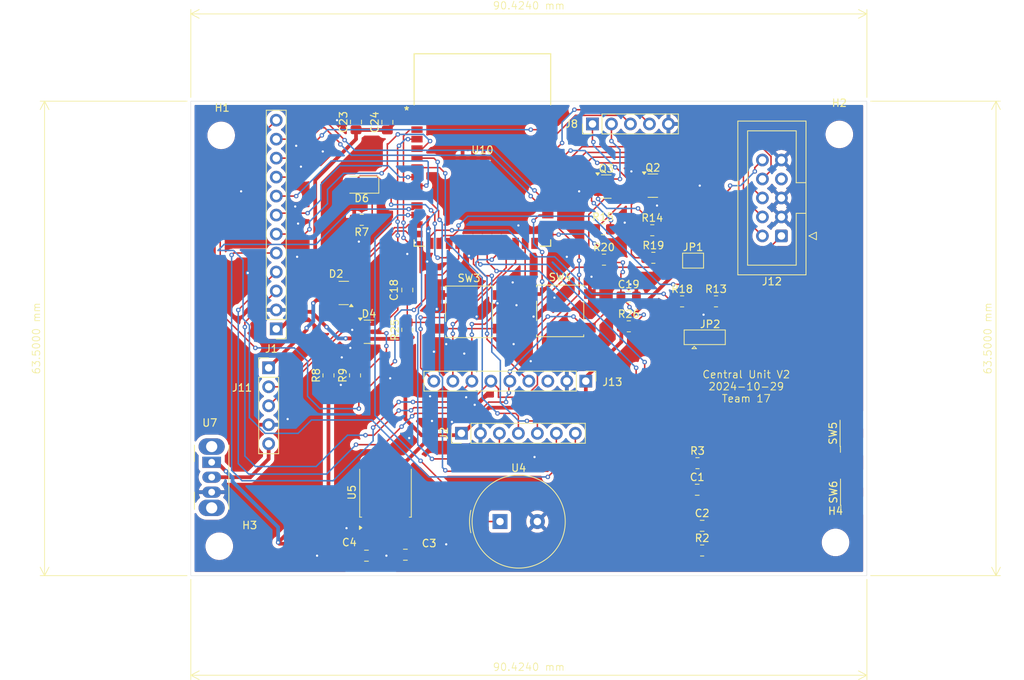
<source format=kicad_pcb>
(kicad_pcb (version 20240108) (generator "pcbnew") (generator_version "8.0")
  (layers (0 "F.Cu" signal) (31 "B.Cu" signal) (34 "B.Paste" user) (35 "F.Paste" user) (36 "B.SilkS" user "B.Silkscreen") (37 "F.SilkS" user "F.Silkscreen") (38 "B.Mask" user) (39 "F.Mask" user) (44 "Edge.Cuts" user))
  (net 0 "")
  (net 1 "/BUTTON_1")
  (net 2 "GND")
  (net 3 "/BUTTON_2")
  (net 4 "/VBAT")
  (net 5 "+3V3")
  (net 6 "/CHIP_PU")
  (net 7 "/GPIO0_STRAPPING")
  (net 8 "/D-")
  (net 9 "+5V")
  (net 10 "/D+")
  (net 11 "/VBAT_SENSE")
  (net 12 "/LED")
  (net 13 "Net-(D6-K)")
  (net 14 "/TX")
  (net 15 "/RTS")
  (net 16 "/RX")
  (net 17 "/DTR")
  (net 18 "/GPIO17")
  (net 19 "/GPIO11")
  (net 20 "/GPIO6")
  (net 21 "/GPIO7")
  (net 22 "/GPIO18")
  (net 23 "/MTCK")
  (net 24 "Net-(J12-VTref)")
  (net 25 "/MTDI")
  (net 27 "/MTMS")
  (net 28 "/MTDO")
  (net 29 "Net-(JP2-C)")
  (net 30 "Net-(Q2-B)")
  (net 31 "Net-(Q2-C)")
  (net 32 "Net-(Q3-B)")
  (net 33 "Net-(Q3-C)")
  (net 34 "/GPIO46_STRAPPING")
  (net 35 "/GPIO3_STRAPPING")
  (net 36 "/BUZZER")
  (net 37 "/LORA_CS")
  (net 38 "/LORA_SCK")
  (net 39 "/TFT_XP")
  (net 40 "/TFT_YP")
  (net 41 "/LORA_G0")
  (net 42 "/LORA_MISO")
  (net 43 "/LORA_RST")
  (net 44 "/LORA_MOSI")
  (net 46 "Net-(J11-BAT)")
  (net 47 "Net-(SW6-1*)")
  (net 48 "Net-(SW5-1*)")
  (net 49 "/TFT_DC")
  (net 50 "/TFT_CS")
  (net 51 "/TFT_YM")
  (net 52 "/TFT_XM")
  (net 53 "/GPIO1")
  (net 54 "/GPIO45_STRAPPING")
  (net 55 "/TFT_RST")
  (footprint "Resistor_SMD:R_0805_2012Metric_Pad1.20x1.40mm_HandSolder" (layer "F.Cu") (at 140.605 58.039)
    (property "Reference" "R20")
    (property "Value" "10k")
  )
  (footprint "Jumper:SolderJumper-3_P2.0mm_Open_TrianglePad1.0x1.5mm" (layer "F.Cu") (at 154.083 68.453)
    (property "Reference" "JP2")
    (property "Value" "SolderJumper_3_Open")
  )
  (footprint "Buzzer_Beeper:Buzzer_TDK_PS1240P02BT_D12.2mm_H6.5mm" (layer "F.Cu") (at 126.699 93.091)
    (property "Reference" "U4")
    (property "Value" "PS1440P02BT")
  )
  (footprint "Button_Switch_THT:SW_Slide_SPDT_Angled_CK_OS102011MA1Q" (layer "F.Cu") (at 88.138 85.158 -90)
    (property "Reference" "U7")
    (property "Value" "ON-OFF switch")
  )
  (footprint "Resistor_SMD:R_0805_2012Metric_Pad1.20x1.40mm_HandSolder" (layer "F.Cu") (at 108.204 52.705 180)
    (property "Reference" "R7")
    (property "Value" "220")
  )
  (footprint "Connector_IDC:IDC-Header_2x05_P2.54mm_Vertical" (layer "F.Cu") (at 164.338 54.864 180)
    (property "Reference" "J12")
    (property "Value" "Conn_ARM_JTAG_SWD_10")
  )
  (footprint "Package_TO_SOT_SMD:TO-252-3_TabPin2" (layer "F.Cu") (at 111.385 89.194 90)
    (property "Reference" "U5")
    (property "Value" "3.3V regulator")
  )
  (footprint "Resistor_SMD:R_0805_2012Metric_Pad1.20x1.40mm_HandSolder" (layer "F.Cu") (at 114.3 67.437 90)
    (property "Reference" "R25")
    (property "Value" "100k")
  )
  (footprint "Resistor_SMD:R_0805_2012Metric_Pad1.20x1.40mm_HandSolder" (layer "F.Cu") (at 147.066 54.102)
    (property "Reference" "R14")
    (property "Value" "10k")
  )
  (footprint "Package_TO_SOT_SMD:SOT-23" (layer "F.Cu") (at 147.1445 48.133)
    (property "Reference" "Q2")
    (property "Value" "SS8050-G")
  )
  (footprint "Connector_PinHeader_2.54mm:PinHeader_1x09_P2.54mm_Vertical" (layer "F.Cu") (at 138.176 74.295 -90)
    (property "Reference" "J13")
    (property "Value" "LoRa_interface_connectors")
  )
  (footprint "Button_Switch_SMD:SW_SPST_EVQP7A" (layer "F.Cu") (at 173.736 81.28 90)
    (property "Reference" "SW5")
    (property "Value" "function button")
  )
  (footprint "Capacitor_SMD:C_0805_2012Metric_Pad1.18x1.45mm_HandSolder" (layer "F.Cu") (at 143.9075 63.028)
    (property "Reference" "C19")
    (property "Value" "1u")
  )
  (footprint "Package_TO_SOT_SMD:SOT-23" (layer "F.Cu") (at 109.1715 67.691)
    (property "Reference" "D4")
    (property "Value" "BAT54S")
  )
  (footprint "Resistor_SMD:R_0805_2012Metric_Pad1.20x1.40mm_HandSolder" (layer "F.Cu") (at 153.115 85.281)
    (property "Reference" "R3")
    (property "Value" "10k")
  )
  (footprint "MountingHole:MountingHole_3.2mm_M3" (layer "F.Cu") (at 172.085 41.275)
    (property "Reference" "H2")
    (property "Value" "MountingHole")
  )
  (footprint "Connector_PinHeader_2.54mm:PinHeader_1x12_P2.54mm_Vertical" (layer "F.Cu") (at 96.774 67.31 180)
    (property "Reference" "J1")
    (property "Value" "Conn_01x12_Pin")
  )
  (footprint "Button_Switch_SMD:SW_SPST_EVQP7A" (layer "F.Cu") (at 173.792 89.154 90)
    (property "Reference" "SW6")
    (property "Value" "function button")
  )
  (footprint "Capacitor_SMD:C_0805_2012Metric_Pad1.18x1.45mm_HandSolder" (layer "F.Cu") (at 114.046 97.536)
    (property "Reference" "C3")
    (property "Value" "10uF")
  )
  (footprint "Capacitor_SMD:C_0805_2012Metric_Pad1.18x1.45mm_HandSolder" (layer "F.Cu") (at 153.0775 88.837)
    (property "Reference" "C1")
    (property "Value" "1uF")
  )
  (footprint "Connector_PinHeader_2.54mm:PinHeader_1x05_P2.54mm_Vertical" (layer "F.Cu") (at 139.065 39.878 90)
    (property "Reference" "J8")
    (property "Value" "Conn_01x05_Female")
  )
  (footprint "MountingHole:MountingHole_3.2mm_M3" (layer "F.Cu") (at 171.577 95.885)
    (property "Reference" "H4")
    (property "Value" "MountingHole")
  )
  (footprint "Resistor_SMD:R_0805_2012Metric_Pad1.20x1.40mm_HandSolder" (layer "F.Cu") (at 107.315 73.533 90)
    (property "Reference" "R9")
    (property "Value" "10k")
  )
  (footprint "Jumper:SolderJumper-2_P1.3mm_Open_TrianglePad1.0x1.5mm" (layer "F.Cu") (at 152.527 58.166)
    (property "Reference" "JP1")
    (property "Value" "SolderJumper_2_Open")
  )
  (footprint "Package_TO_SOT_SMD:SOT-23" (layer "F.Cu") (at 140.9215 48.26)
    (property "Reference" "Q3")
    (property "Value" "SS8050-G")
  )
  (footprint "Button_Switch_SMD:SW_SPST_B3S-1000" (layer "F.Cu") (at 122.555 65.024)
    (property "Reference" "SW3")
    (property "Value" "SW_Push")
  )
  (footprint "Resistor_SMD:R_0805_2012Metric_Pad1.20x1.40mm_HandSolder" (layer "F.Cu") (at 155.591 63.627)
    (property "Reference" "R13")
    (property "Value" "1k")
  )
  (footprint "Capacitor_SMD:C_0805_2012Metric_Pad1.18x1.45mm_HandSolder" (layer "F.Cu") (at 114.3 62.103 90)
    (property "Reference" "C18")
    (property "Value" "1u")
  )
  (footprint "Resistor_SMD:R_0805_2012Metric_Pad1.20x1.40mm_HandSolder" (layer "F.Cu") (at 153.734 96.965)
    (property "Reference" "R2")
    (property "Value" "10k")
  )
  (footprint "Capacitor_SMD:C_0805_2012Metric_Pad1.18x1.45mm_HandSolder" (layer "F.Cu") (at 107.442 39.624 90)
    (property "Reference" "C23")
    (property "Value" "10u")
  )
  (footprint "LED_SMD:LED_1206_3216Metric" (layer "F.Cu") (at 108.204 48.006 180)
    (property "Reference" "D6")
    (property "Value" "Status LED")
  )
  (footprint "MountingHole:MountingHole_3.2mm_M3" (layer "F.Cu") (at 89.154 96.393)
    (property "Reference" "H3")
    (property "Value" "MountingHole")
  )
  (footprint "Resistor_SMD:R_0805_2012Metric_Pad1.20x1.40mm_HandSolder" (layer "F.Cu") (at 143.929 66.965)
    (property "Reference" "R26")
    (property "Value" "100k")
  )
  (footprint "Resistor_SMD:R_0805_2012Metric_Pad1.20x1.40mm_HandSolder" (layer "F.Cu") (at 103.759 73.533 90)
    (property "Reference" "R8")
    (property "Value" "100k")
  )
  (footprint "Resistor_SMD:R_0805_2012Metric_Pad1.20x1.40mm_HandSolder" (layer "F.Cu") (at 140.478 53.975)
    (property "Reference" "R15")
    (property "Value" "10k")
  )
  (footprint "MountingHole:MountingHole_3.2mm_M3" (layer "F.Cu") (at 89.408 41.402)
    (property "Reference" "H1")
    (property "Value" "MountingHole")
  )
  (footprint "Capacitor_SMD:C_0805_2012Metric_Pad1.18x1.45mm_HandSolder" (layer "F.Cu") (at 153.734 93.663)
    (property "Reference" "C2")
    (property "Value" "1uF")
  )
  (footprint "Resistor_SMD:R_0805_2012Metric_Pad1.20x1.40mm_HandSolder" (layer "F.Cu") (at 151.0545 63.627)
    (property "Reference" "R18")
    (property "Value" "1k")
  )
  (footprint "Resistor_SMD:R_0805_2012Metric_Pad1.20x1.40mm_HandSolder" (layer "F.Cu") (at 147.209 57.785)
    (property "Reference" "R19")
    (property "Value" "10k")
  )
  (footprint "Package_TO_SOT_SMD:SOT-143" (layer "F.Cu") (at 105.807 62.496 180)
    (property "Reference" "D2")
    (property "Value" "SP0503BAHT")
  )
  (footprint "Connector_PinHeader_2.54mm:PinHeader_1x07_P2.54mm_Vertical" (layer "F.Cu") (at 121.539 81.28 90)
    (property "Reference" "J2")
    (property "Value" "Conn_01x07")
  )
  (footprint "Capacitor_SMD:C_0805_2012Metric_Pad1.18x1.45mm_HandSolder" (layer "F.Cu") (at 108.839 97.663)
    (property "Reference" "C4")
    (property "Value" "22uF")
  )
  (footprint "Button_Switch_SMD:SW_SPST_B3S-1000" (layer "F.Cu") (at 134.747 64.897)
    (property "Reference" "SW4")
    (property "Value" "SW_Push")
  )
  (footprint "local_footprints:ESP32-S3-WROOM-1_EXP" (layer "F.Cu") (at 124.346 43.36)
    (property "Reference" "U10")
    (property "Value" "ESP32-S3-WROOM-1-N16R2")
  )
  (footprint "Connector_PinHeader_2.54mm:PinHeader_1x05_P2.54mm_Vertical" (layer "F.Cu") (at 95.758 72.517)
    (property "Reference" "J11")
    (property "Value" "charger_interface_connectors")
  )
  (footprint "Capacitor_SMD:C_0805_2012Metric_Pad1.18x1.45mm_HandSolder" (layer "F.Cu") (at 111.633 39.6455 90)
    (property "Reference" "C24")
    (property "Value" "100n")
  )
  (gr_rect (start 85.344 36.83) (end 175.768 100.33) (stroke (width 0.05)) (fill none) (layer "Edge.Cuts"))
  (gr_text "Central Unit V2\n2024-10-29\nTeam 17" (at 159.639 77.216 0) (layer "F.SilkS") (effects (font (size 1 1) (thickness 0.125)) (justify bottom)))
  (dimension (type aligned) (layer "F.SilkS") (pts (xy 85.344 100.33) (xy 175.768 100.33)) (height 13.335) (gr_text "90.4240 mm" (at 130.556 112.565 0) (layer "F.SilkS") (effects (font (size 1 1) (thickness 0.1)))) (format (prefix "") (suffix "") (units 3) (units_format 1) (precision 4)) (style (thickness 0.1) (arrow_length 1.27) (text_position_mode 0) (extension_height 0.58642) (extension_offset 0.5) keep_text_aligned))
  (dimension (type aligned) (layer "F.SilkS") (pts (xy 85.344 36.83) (xy 175.768 36.83)) (height -11.684) (gr_text "90.4240 mm" (at 130.556 24.046 0) (layer "F.SilkS") (effects (font (size 1 1) (thickness 0.1)))) (format (prefix "") (suffix "") (units 3) (units_format 1) (precision 4)) (style (thickness 0.1) (arrow_length 1.27) (text_position_mode 0) (extension_height 0.58642) (extension_offset 0.5) keep_text_aligned))
  (dimension (type aligned) (layer "F.SilkS") (pts (xy 175.768 36.83) (xy 175.768 100.33)) (height -17.272) (gr_text "63.5000 mm" (at 191.94 68.58 90) (layer "F.SilkS") (effects (font (size 1 1) (thickness 0.1)))) (format (prefix "") (suffix "") (units 3) (units_format 1) (precision 4)) (style (thickness 0.1) (arrow_length 1.27) (text_position_mode 0) (extension_height 0.58642) (extension_offset 0.5) keep_text_aligned))
  (dimension (type aligned) (layer "F.SilkS") (pts (xy 85.344 36.83) (xy 85.344 100.33)) (height 19.558) (gr_text "63.5000 mm" (at 64.686 68.58 90) (layer "F.SilkS") (effects (font (size 1 1) (thickness 0.1)))) (format (prefix "") (suffix "") (units 3) (units_format 1) (precision 4)) (style (thickness 0.1) (arrow_length 1.27) (text_position_mode 0) (extension_height 0.58642) (extension_offset 0.5) keep_text_aligned))
  (segment (start 153.115 86.281) (end 151.530256 86.281) (width 0.2) (layer "F.Cu") (net 1))
  (segment (start 152.04 88.837) (end 152.04 87.356) (width 0.2) (layer "F.Cu") (net 1))
  (segment (start 123.711 58.306) (end 123.711 55.86) (width 0.2) (layer "F.Cu") (net 1))
  (segment (start 124.079 58.674) (end 123.711 58.306) (width 0.2) (layer "F.Cu") (net 1))
  (segment (start 154.115 85.281) (end 153.115 86.281) (width 0.2) (layer "F.Cu") (net 1))
  (segment (start 151.530256 86.281) (end 146.05 80.800744) (width 0.2) (layer "F.Cu") (net 1))
  (segment (start 146.05 80.800744) (end 146.05 71.755) (width 0.2) (layer "F.Cu") (net 1))
  (segment (start 152.04 87.356) (end 154.115 85.281) (width 0.2) (layer "F.Cu") (net 1))
  (via (at 124.079 58.674) (size 0.6) (drill 0.3) (layers "F.Cu" "B.Cu") (net 1))
  (via (at 146.05 71.755) (size 0.6) (drill 0.3) (layers "F.Cu" "B.Cu") (net 1))
  (segment (start 132.969 58.674) (end 124.079 58.674) (width 0.2) (layer "B.Cu") (net 1))
  (segment (start 146.05 71.755) (end 132.969 58.674) (width 0.2) (layer "B.Cu") (net 1))
  (segment (start 112.395 38.608) (end 113.03 37.973) (width 0.2) (layer "F.Cu") (net 2))
  (segment (start 152.083 68.453) (end 150.368 68.453) (width 0.2) (layer "F.Cu") (net 2))
  (segment (start 174.512 86.12) (end 174.498 86.106) (width 0.2) (layer "F.Cu") (net 2))
  (segment (start 95.504 64.897) (end 94.869 65.532) (width 0.2) (layer "F.Cu") (net 2))
  (segment (start 95.504 64.897) (end 95.631 64.897) (width 0.2) (layer "F.Cu") (net 2))
  (segment (start 111.633 38.608) (end 112.395 38.608) (width 0.2) (layer "F.Cu") (net 2))
  (segment (start 96.774 64.77) (end 96.647 64.897) (width 0.2) (layer "F.Cu") (net 2))
  (segment (start 174.512 87.354) (end 174.512 86.12) (width 0.2) (layer "F.Cu") (net 2))
  (segment (start 106.95 72.533) (end 105.537 71.12) (width 0.2) (layer "F.Cu") (net 2))
  (segment (start 105.537 71.12) (end 105.664 71.247) (width 0.2) (layer "F.Cu") (net 2))
  (segment (start 97.536 80.137) (end 98.298 79.375) (width 0.2) (layer "F.Cu") (net 2))
  (segment (start 88.138 89.158) (end 86.356 89.158) (width 0.2) (layer "F.Cu") (net 2))
  (segment (start 144.945 63.028) (end 144.945 61.43) (width 0.2) (layer "F.Cu") (net 2))
  (segment (start 114.3 61.0655) (end 114.3 58.801) (width 0.2) (layer "F.Cu") (net 2))
  (segment (start 109.8765 97.663) (end 111.506 97.663) (width 0.2) (layer "F.Cu") (net 2))
  (segment (start 86.356 89.158) (end 86.233 89.281) (width 0.2) (layer "F.Cu") (net 2))
  (segment (start 109.105 94.234) (end 106.426 94.234) (width 0.2) (layer "F.Cu") (net 2))
  (segment (start 126.53 62.774) (end 126.71 62.774) (width 0.2) (layer "F.Cu") (net 2))
  (segment (start 126.71 62.774) (end 128.397 61.087) (width 0.2) (layer "F.Cu") (net 2))
  (segment (start 124.079 81.534) (end 124.079 83.312) (width 0.2) (layer "F.Cu") (net 2))
  (segment (start 150.368 68.453) (end 150.114 68.199) (width 0.2) (layer "F.Cu") (net 2))
  (segment (start 91.817 89.158) (end 92.075 88.9) (width 0.2) (layer "F.Cu") (net 2))
  (segment (start 95.758 80.137) (end 97.536 80.137) (width 0.2) (layer "F.Cu") (net 2))
  (segment (start 174.456 84.878) (end 174.244 85.09) (width 0.2) (layer "F.Cu") (net 2))
  (segment (start 174.456 83.08) (end 174.456 84.878) (width 0.2) (layer "F.Cu") (net 2))
  (segment (start 96.647 64.897) (end 95.504 64.897) (width 0.2) (layer "F.Cu") (net 2))
  (segment (start 107.315 72.533) (end 106.95 72.533) (width 0.2) (layer "F.Cu") (net 2))
  (segment (start 106.426 94.234) (end 106.172 93.98) (width 0.2) (layer "F.Cu") (net 2))
  (segment (start 144.945 61.43) (end 145.288 61.087) (width 0.2) (layer "F.Cu") (net 2))
  (segment (start 88.138 89.158) (end 91.817 89.158) (width 0.2) (layer "F.Cu") (net 2))
  (via (at 107.823 55.626) (size 0.6) (drill 0.3) (layers "F.Cu" "B.Cu") (net 2))
  (via (at 135.636 57.658) (size 0.6) (drill 0.3) (layers "F.Cu" "B.Cu") (net 2))
  (via (at 116.967 58.293) (size 0.6) (drill 0.3) (layers "F.Cu" "B.Cu") (net 2))
  (via (at 131.318 84.455) (size 0.6) (drill 0.3) (layers "F.Cu" "B.Cu") (net 2))
  (via (at 119.507 69.342) (size 0.6) (drill 0.3) (layers "F.Cu" "B.Cu") (net 2))
  (via (at 137.287 48.895) (size 0.6) (drill 0.3) (layers "F.Cu" "B.Cu") (net 2))
  (via (at 144.272 46.228) (size 0.6) (drill 0.3) (layers "F.Cu" "B.Cu") (net 2))
  (via (at 105.41 74.803) (size 0.6) (drill 0.3) (layers "F.Cu" "B.Cu") (net 2))
  (via (at 133.985 63.119) (size 0.6) (drill 0.3) (layers "F.Cu" "B.Cu") (net 2))
  (via (at 123.317 77.47) (size 0.6) (drill 0.3) (layers "F.Cu" "B.Cu") (net 2))
  (via (at 120.269 79.756) (size 0.6) (drill 0.3) (layers "F.Cu" "B.Cu") (net 2))
  (via (at 147.701 50.8) (size 0.6) (drill 0.3) (layers "F.Cu" "B.Cu") (net 2))
  (via (at 130.81 71.628) (size 0.6) (drill 0.3) (layers "F.Cu" "B.Cu") (net 2))
  (via (at 104.902 39.37) (size 0.6) (drill 0.3) (layers "F.Cu" "B.Cu") (net 2))
  (via (at 117.602 79.629) (size 0.6) (drill 0.3) (layers "F.Cu" "B.Cu") (net 2))
  (via (at 118.237 64.643) (size 0.6) (drill 0.3) (layers "F.Cu" "B.Cu") (net 2))
  (via (at 114.554 81.915) (size 0.6) (drill 0.3) (layers "F.Cu" "B.Cu") (net 2))
  (via (at 112.014 73.914) (size 0.6) (drill 0.3) (layers "F.Cu" "B.Cu") (net 2))
  (via (at 105.537 71.12) (size 0.6) (drill 0.3) (layers "F.Cu" "B.Cu") (net 2))
  (via (at 129.159 53.467) (size 0.6) (drill 0.3) (layers "F.Cu" "B.Cu") (net 2))
  (via (at 100.076 45.593) (size 0.6) (drill 0.3) (layers "F.Cu" "B.Cu") (net 2))
  (via (at 121.92 70.612) (size 0.6) (drill 0.3) (layers "F.Cu" "B.Cu") (net 2))
  (via (at 117.856 70.358) (size 0.6) (drill 0.3) (layers "F.Cu" "B.Cu") (net 2))
  (via (at 115.316 55.753) (size 0.6) (drill 0.3) (layers "F.Cu" "B.Cu") (net 2))
  (via (at 123.571 65.659) (size 0.6) (drill 0.3) (layers "F.Cu" "B.Cu") (net 2))
  (via (at 138.938 60.325) (size 0.6) (drill 0.3) (layers "F.Cu" "B.Cu") (net 2))
  (via (at 114.3 57.277) (size 0.6) (drill 0.3) (layers "F.Cu" "B.Cu") (net 2))
  (via (at 102.997 43.561) (size 0.6) (drill 0.3) (layers "F.Cu" "B.Cu") (net 2))
  (via (at 102.235 97.663) (size 0.6) (drill 0.3) (layers "F.Cu" "B.Cu") (net 2))
  (via (at 106.172 93.98) (size 0.6) (drill 0.3) (layers "F.Cu" "B.Cu") (net 2))
  (via (at 153.924 65.405) (size 0.6) (drill 0.3) (layers "F.Cu" "B.Cu") (net 2))
  (via (at 117.094 54.229) (size 0.6) (drill 0.3) (layers "F.Cu" "B.Cu") (net 2))
  (via (at 126.365 63.881) (size 0.6) (drill 0.3) (layers "F.Cu" "B.Cu") (net 2))
  (via (at 143.383 53.086) (size 0.6) (drill 0.3) (layers "F.Cu" "B.Cu") (net 2))
  (via (at 99.314 50.927) (size 0.6) (drill 0.3) (layers "F.Cu" "B.Cu") (net 2))
  (via (at 131.191 65.659) (size 0.6) (drill 0.3) (layers "F.Cu" "B.Cu") (net 2))
  (via (at 128.397 61.087) (size 0.6) (drill 0.3) (layers "F.Cu" "B.Cu") (net 2))
  (via (at 119.507 96.139) (size 0.6) (drill 0.3) (layers "F.Cu" "B.Cu") (net 2))
  (via (at 92.964 59.817) (size 0.6) (drill 0.3) (layers "F.Cu" "B.Cu") (net 2))
  (via (at 144.145 61.341) (size 0.6) (drill 0.3) (layers "F.Cu" "B.Cu") (net 2))
  (via (at 99.695 53.213) (size 0.6) (drill 0.3) (layers "F.Cu" "B.Cu") (net 2))
  (via (at 106.68 69.85) (size 0.6) (drill 0.3) (layers "F.Cu" "B.Cu") (net 2))
  (via (at 111.506 97.663) (size 0.6) (drill 0.3) (layers "F.Cu" "B.Cu") (net 2))
  (via (at 99.441 42.799) (size 0.6) (drill 0.3) (layers "F.Cu" "B.Cu") (net 2))
  (via (at 128.905 64.135) (size 0.6) (drill 0.3) (layers "F.Cu" "B.Cu") (net 2))
  (via (at 117.348 76.327) (size 0.6) (drill 0.3) (layers "F.Cu" "B.Cu") (net 2))
  (via (at 92.075 48.895) (size 0.6) (drill 0.3) (layers "F.Cu" "B.Cu") (net 2))
  (via (at 99.568 57.658) (size 0.6) (drill 0.3) (layers "F.Cu" "B.Cu") (net 2))
  (via (at 153.416 48.133) (size 0.6) (drill 0.3) (layers "F.Cu" "B.Cu") (net 2))
  (via (at 122.555 57.531) (size 0.6) (drill 0.3) (layers "F.Cu" "B.Cu") (net 2))
  (via (at 128.524 69.342) (size 0.6) (drill 0.3) (layers "F.Cu" "B.Cu") (net 2))
  (via (at 106.934 67.437) (size 0.6) (drill 0.3) (layers "F.Cu" "B.Cu") (net 2))
  (via (at 98.298 79.375) (size 0.6) (drill 0.3) (layers "F.Cu" "B.Cu") (net 2))
  (via (at 122.174 76.454) (size 0.6) (drill 0.3) (layers "F.Cu" "B.Cu") (net 2))
  (segment (start 152.6965 93.663) (end 144.907 85.8735) (width 0.2) (layer "F.Cu") (net 3))
  (segment (start 154.734 95.7005) (end 152.6965 93.663) (width 0.2) (layer "F.Cu") (net 3))
  (segment (start 124.981 58.306) (end 124.981 55.86) (width 0.2) (layer "F.Cu") (net 3))
  (segment (start 144.907 85.8735) (end 144.907 72.517) (width 0.2) (layer "F.Cu") (net 3))
  (segment (start 126.238 59.563) (end 124.981 58.306) (width 0.2) (layer "F.Cu") (net 3))
  (segment (start 154.734 96.965) (end 154.734 95.7005) (width 0.2) (layer "F.Cu") (net 3))
  (via (at 126.238 59.563) (size 0.6) (drill 0.3) (layers "F.Cu" "B.Cu") (net 3))
  (via (at 144.907 72.517) (size 0.6) (drill 0.3) (layers "F.Cu" "B.Cu") (net 3))
  (segment (start 131.953 59.563) (end 126.238 59.563) (width 0.2) (layer "B.Cu") (net 3))
  (segment (start 144.907 72.517) (end 131.953 59.563) (width 0.2) (layer "B.Cu") (net 3))
  (segment (start 113.0085 98.3195) (end 113.0085 97.536) (width 0.5) (layer "F.Cu") (net 4))
  (segment (start 88.138 85.158) (end 88.841 85.158) (width 0.5) (layer "F.Cu") (net 4))
  (segment (start 112.099 99.229) (end 113.0085 98.3195) (width 0.5) (layer "F.Cu") (net 4))
  (segment (start 103.759 74.533) (end 103.759 89.154) (width 0.5) (layer "F.Cu") (net 4))
  (segment (start 113.665 94.234) (end 113.665 96.8795) (width 0.5) (layer "F.Cu") (net 4))
  (segment (start 97.1985 96.0555) (end 103.5485 96.0555) (width 0.5) (layer "F.Cu") (net 4))
  (segment (start 97.028 95.885) (end 97.0915 95.8215) (width 0.5) (layer "F.Cu") (net 4))
  (segment (start 103.759 89.154) (end 97.028 95.885) (width 0.5) (layer "F.Cu") (net 4))
  (segment (start 113.665 96.8795) (end 113.0085 97.536) (width 0.5) (layer "F.Cu") (net 4))
  (segment (start 103.5485 96.0555) (end 106.722 99.229) (width 0.5) (layer "F.Cu") (net 4))
  (segment (start 97.028 95.885) (end 97.1985 96.0555) (width 0.5) (layer "F.Cu") (net 4))
  (segment (start 106.722 99.229) (end 112.099 99.229) (width 0.5) (layer "F.Cu") (net 4))
  (segment (start 88.841 85.158) (end 90.043 86.36) (width 0.5) (layer "F.Cu") (net 4))
  (via (at 90.043 86.36) (size 0.6) (drill 0.3) (layers "F.Cu" "B.Cu") (net 4))
  (via (at 97.028 95.885) (size 0.6) (drill 0.3) (layers "F.Cu" "B.Cu") (net 4))
  (segment (start 97.028 93.853) (end 97.028 95.885) (width 0.5) (layer "B.Cu") (net 4))
  (segment (start 90.043 86.36) (end 90.932 87.249) (width 0.5) (layer "B.Cu") (net 4))
  (segment (start 90.932 87.249) (end 90.932 87.757) (width 0.5) (layer "B.Cu") (net 4))
  (segment (start 90.932 87.757) (end 97.028 93.853) (width 0.5) (layer "B.Cu") (net 4))
  (segment (start 98.806 63.246) (end 98.806 65.786) (width 0.5) (layer "F.Cu") (net 5))
  (segment (start 109.86 92.709) (end 111.385 94.234) (width 0.5) (layer "F.Cu") (net 5))
  (segment (start 136.271 77.851) (end 138.176 75.946) (width 0.5) (layer "F.Cu") (net 5))
  (segment (start 156.591 63.627) (end 156.591 63.881) (width 0.5) (layer "F.Cu") (net 5))
  (segment (start 114.3 68.437) (end 114.046 68.691) (width 0.5) (layer "F.Cu") (net 5))
  (segment (start 116.205 81.534) (end 117.635 81.534) (width 0.5) (layer "F.Cu") (net 5))
  (segment (start 107.442 40.6615) (end 107.123 40.9805) (width 0.5) (layer "F.Cu") (net 5))
  (segment (start 99.568 65.024) (end 98.806 65.786) (width 0.5) (layer "F.Cu") (net 5))
  (segment (start 156.508 63.627) (end 156.591 63.627) (width 0.5) (layer "F.Cu") (net 5))
  (segment (start 112.946 39.37) (end 111.633 40.683) (width 0.5) (layer "F.Cu") (net 5))
  (segment (start 142.929 69.034) (end 142.929 66.965) (width 0.5) (layer "F.Cu") (net 5))
  (segment (start 107.442 40.6615) (end 107.442 41.91) (width 0.5) (layer "F.Cu") (net 5))
  (segment (start 142.929 66.965) (end 143.003 66.965) (width 0.5) (layer "F.Cu") (net 5))
  (segment (start 115.596 39.37) (end 112.946 39.37) (width 0.5) (layer "F.Cu") (net 5))
  (segment (start 97.282 67.31) (end 96.774 67.31) (width 0.5) (layer "F.Cu") (net 5))
  (segment (start 101.473 65.024) (end 99.568 65.024) (width 0.5) (layer "F.Cu") (net 5))
  (segment (start 107.4635 40.683) (end 107.442 40.6615) (width 0.5) (layer "F.Cu") (net 5))
  (segment (start 121.539 81.534) (end 125.222 77.851) (width 0.5) (layer "F.Cu") (net 5))
  (segment (start 101.981 47.371) (end 101.981 60.071) (width 0.5) (layer "F.Cu") (net 5))
  (segment (start 138.176 73.787) (end 142.929 69.034) (width 0.5) (layer "F.Cu") (net 5))
  (segment (start 107.8015 97.663) (end 107.956 97.663) (width 0.5) (layer "F.Cu") (net 5))
  (segment (start 107.442 41.91) (end 101.981 47.371) (width 0.5) (layer "F.Cu") (net 5))
  (segment (start 108.234 68.641) (end 114.096 68.641) (width 0.5) (layer "F.Cu") (net 5))
  (segment (start 151.802 58.166) (end 151.802 58.921) (width 0.5) (layer "F.Cu") (net 5))
  (segment (start 98.806 65.786) (end 97.282 67.31) (width 0.5) (layer "F.Cu") (net 5))
  (segment (start 101.473 65.024) (end 103.505 67.056) (width 0.5) (layer "F.Cu") (net 5))
  (segment (start 109.86 89.609) (end 109.86 92.709) (width 0.5) (layer "F.Cu") (net 5))
  (segment (start 114.096 68.641) (end 114.3 68.437) (width 0.5) (layer "F.Cu") (net 5))
  (segment (start 111.633 40.683) (end 107.4635 40.683) (width 0.5) (layer "F.Cu") (net 5))
  (segment (start 117.635 81.534) (end 112.91 86.259) (width 0.5) (layer "F.Cu") (net 5))
  (segment (start 114.25 68.387) (end 114.3 68.437) (width 0.5) (layer "F.Cu") (net 5))
  (segment (start 107.956 97.663) (end 111.385 94.234) (width 0.5) (layer "F.Cu") (net 5))
  (segment (start 151.802 58.921) (end 156.508 63.627) (width 0.5) (layer "F.Cu") (net 5))
  (segment (start 156.083 64.389) (end 156.083 68.453) (width 0.5) (layer "F.Cu") (net 5))
  (segment (start 114.046 79.375) (end 116.205 81.534) (width 0.5) (layer "F.Cu") (net 5))
  (segment (start 138.176 74.295) (end 138.176 73.787) (width 0.5) (layer "F.Cu") (net 5))
  (segment (start 114.046 68.691) (end 114.046 79.375) (width 0.5) (layer "F.Cu") (net 5))
  (segment (start 121.539 81.534) (end 117.635 81.534) (width 0.5) (layer "F.Cu") (net 5))
  (segment (start 114.3 68.437) (end 115.046 68.437) (width 0.5) (layer "F.Cu") (net 5))
  (segment (start 138.176 75.946) (end 138.176 74.295) (width 0.5) (layer "F.Cu") (net 5))
  (segment (start 125.222 77.851) (end 136.271 77.851) (width 0.5) (layer "F.Cu") (net 5))
  (segment (start 143.003 66.965) (end 151.802 58.166) (width 0.5) (layer "F.Cu") (net 5))
  (segment (start 106.045 68.58) (end 108.173 68.58) (width 0.5) (layer "F.Cu") (net 5))
  (segment (start 101.981 60.071) (end 98.806 63.246) (width 0.5) (layer "F.Cu") (net 5))
  (segment (start 156.591 63.881) (end 156.083 64.389) (width 0.5) (layer "F.Cu") (net 5))
  (segment (start 108.173 68.58) (end 108.234 68.641) (width 0.5) (layer "F.Cu") (net 5))
  (via (at 103.505 67.056) (size 0.6) (drill 0.3) (layers "F.Cu" "B.Cu") (net 5))
  (via (at 106.045 68.58) (size 0.6) (drill 0.3) (layers "F.Cu" "B.Cu") (net 5))
  (segment (start 103.505 67.056) (end 105.029 68.58) (width 0.5) (layer "B.Cu") (net 5))
  (segment (start 105.029 68.58) (end 106.045 68.58) (width 0.5) (layer "B.Cu") (net 5))
  (segment (start 113.792 41.4947) (end 114.6467 40.64) (width 0.2) (layer "F.Cu") (net 6))
  (segment (start 117.618 66.437) (end 114.3 66.437) (width 0.2) (layer "F.Cu") (net 6))
  (segment (start 161.798 44.704) (end 160.782 45.72) (width 0.2) (layer "F.Cu") (net 6))
  (segment (start 113.792 53.086) (end 113.792 41.4947) (width 0.2) (layer "F.Cu") (net 6))
  (segment (start 118.58 67.274) (end 118.455 67.274) (width 0.2) (layer "F.Cu") (net 6))
  (segment (start 115.325 56.651) (end 113.792 55.118) (width 0.2) (layer "F.Cu") (net 6))
  (segment (start 126.53 67.274) (end 128.62 67.274) (width 0.2) (layer "F.Cu") (net 6))
  (segment (start 115.325 62.1155) (end 115.325 56.651) (width 0.2) (layer "F.Cu") (net 6))
  (segment (start 157.48 48.133) (end 157.48 48.514) (width 0.2) (layer "F.Cu") (net 6))
  (segment (start 118.58 67.274) (end 126.53 67.274) (width 0.2) (layer "F.Cu") (net 6))
  (segment (start 118.455 67.274) (end 117.618 66.437) (width 0.2) (layer "F.Cu") (net 6))
  (segment (start 136.839 59.055) (end 146.939 59.055) (width 0.2) (layer "F.Cu") (net 6))
  (segment (start 114.6467 40.64) (end 115.596 40.64) (width 0.2) (layer "F.Cu") (net 6))
  (segment (start 128.62 67.274) (end 136.839 59.055) (width 0.2) (layer "F.Cu") (net 6))
  (segment (start 157.48 48.514) (end 148.209 57.785) (width 0.2) (layer "F.Cu") (net 6))
  (segment (start 114.3 66.437) (end 114.3 63.1405) (width 0.2) (layer "F.Cu") (net 6))
  (segment (start 146.939 59.055) (end 148.209 57.785) (width 0.2) (layer "F.Cu") (net 6))
  (segment (start 114.3 63.1405) (end 115.325 62.1155) (width 0.2) (layer "F.Cu") (net 6))
  (segment (start 160.782 45.72) (end 160.782 46.228) (width 0.2) (layer "F.Cu") (net 6))
  (via (at 113.792 53.086) (size 0.6) (drill 0.3) (layers "F.Cu" "B.Cu") (net 6))
  (via (at 157.48 48.133) (size 0.6) (drill 0.3) (layers "F.Cu" "B.Cu") (net 6))
  (via (at 160.782 46.228) (size 0.6) (drill 0.3) (layers "F.Cu" "B.Cu") (net 6))
  (via (at 113.792 55.118) (size 0.6) (drill 0.3) (layers "F.Cu" "B.Cu") (net 6))
  (segment (start 160.782 46.228) (end 158.877 48.133) (width 0.2) (layer "B.Cu") (net 6))
  (segment (start 158.877 48.133) (end 157.48 48.133) (width 0.2) (layer "B.Cu") (net 6))
  (segment (start 113.792 55.118) (end 113.792 53.086) (width 0.2) (layer "B.Cu") (net 6))
  (segment (start 134.543385 54.686615) (end 133.172615 54.686615) (width 0.2) (layer "F.Cu") (net 7))
  (segment (start 144.018 64.176) (end 142.87 63.028) (width 0.2) (layer "F.Cu") (net 7))
  (segment (start 144.018 64.389) (end 144.018 64.176) (width 0.2) (layer "F.Cu") (net 7))
  (segment (start 130.772 67.147) (end 131.608 67.147) (width 0.2) (layer "F.Cu") (net 7))
  (segment (start 141.605 58.039) (end 139.446 55.88) (width 0.2) (layer "F.Cu") (net 7))
  (segment (start 138.751 67.147) (end 138.722 67.147) (width 0.2) (layer "F.Cu") (net 7))
  (segment (start 131.608 67.147) (end 133.096 65.659) (width 0.2) (layer "F.Cu") (net 7))
  (segment (start 141.986 58.42) (end 141.605 58.039) (width 0.2) (layer "F.Cu") (net 7))
  (segment (start 142.87 59.949) (end 143.129 59.69) (width 0.2) (layer "F.Cu") (net 7))
  (segment (start 136.525 65.659) (end 138.013 67.147) (width 0.2) (layer "F.Cu") (net 7))
  (segment (start 144.929 66.965) (end 144.929 66.399) (width 0.2) (layer "F.Cu") (net 7))
  (segment (start 138.013 67.147) (end 138.722 67.147) (width 0.2) (layer "F.Cu") (net 7))
  (segment (start 144.929 66.399) (end 145.923 65.405) (width 0.2) (layer "F.Cu") (net 7))
  (segment (start 133.172615 54.686615) (end 133.096 54.61) (width 0.2) (layer "F.Cu") (net 7))
  (segment (start 139.446 55.88) (end 139.319 55.88) (width 0.2) (layer "F.Cu") (net 7))
  (segment (start 142.87 63.028) (end 138.751 67.147) (width 0.2) (layer "F.Cu") (net 7))
  (segment (start 143.129 58.42) (end 141.986 58.42) (width 0.2) (layer "F.Cu") (net 7))
  (segment (start 142.87 63.028) (end 142.87 59.949) (width 0.2) (layer "F.Cu") (net 7))
  (via (at 133.096 65.659) (size 0.6) (drill 0.3) (layers "F.Cu" "B.Cu") (net 7))
  (via (at 143.129 59.69) (size 0.6) (drill 0.3) (layers "F.Cu" "B.Cu") (net 7))
  (via (at 143.129 58.42) (size 0.6) (drill 0.3) (layers "F.Cu" "B.Cu") (net 7))
  (via (at 145.923 65.405) (size 0.6) (drill 0.3) (layers "F.Cu" "B.Cu") (net 7))
  (via (at 144.018 64.389) (size 0.6) (drill 0.3) (layers "F.Cu" "B.Cu") (net 7))
  (via (at 136.525 65.659) (size 0.6) (drill 0.3) (layers "F.Cu" "B.Cu") (net 7))
  (via (at 139.319 55.88) (size 0.6) (drill 0.3) (layers "F.Cu" "B.Cu") (net 7))
  (via (at 134.543385 54.686615) (size 0.6) (drill 0.3) (layers "F.Cu" "B.Cu") (net 7))
  (segment (start 145.034 65.405) (end 144.018 64.389) (width 0.2) (layer "B.Cu") (net 7))
  (segment (start 133.096 65.659) (end 136.525 65.659) (width 0.2) (layer "B.Cu") (net 7))
  (segment (start 143.129 59.69) (end 143.129 58.42) (width 0.2) (layer "B.Cu") (net 7))
  (segment (start 145.923 65.405) (end 145.034 65.405) (width 0.2) (layer "B.Cu") (net 7))
  (segment (start 139.319 55.88) (end 138.049 54.61) (width 0.2) (layer "B.Cu") (net 7))
  (segment (start 138.049 54.61) (end 134.62 54.61) (width 0.2) (layer "B.Cu") (net 7))
  (segment (start 134.62 54.61) (end 134.543385 54.686615) (width 0.2) (layer "B.Cu") (net 7))
  (segment (start 114.062049 53.75) (end 112.603 53.75) (width 0.2) (layer "F.Cu") (net 8))
  (segment (start 115.596 53.34) (end 114.472049 53.34) (width 0.2) (layer "F.Cu") (net 8))
  (segment (start 105.47652 65.96006) (end 105.47652 67.242083) (width 0.2) (layer "F.Cu") (net 8))
  (segment (start 105.582 65.85458) (end 105.47652 65.96006) (width 0.2) (layer "F.Cu") (net 8))
  (segment (start 104.807 61.546) (end 104.807 62.071001) (width 0.2) (layer "F.Cu") (net 8))
  (segment (start 105.582 62.846001) (end 105.582 65.85458) (width 0.2) (layer "F.Cu") (net 8))
  (segment (start 104.807 62.071001) (end 105.582 62.846001) (width 0.2) (layer "F.Cu") (net 8))
  (segment (start 97.661603 75.057) (end 95.758 75.057) (width 0.2) (layer "F.Cu") (net 8))
  (segment (start 105.47652 67.242083) (end 97.661603 75.057) (width 0.2) (layer "F.Cu") (net 8))
  (segment (start 112.603 53.75) (end 104.807 61.546) (width 0.2) (layer "F.Cu") (net 8))
  (segment (start 114.472049 53.34) (end 114.062049 53.75) (width 0.2) (layer "F.Cu") (net 8))
  (segment (start 104.807 63.446) (end 102.162 63.446) (width 0.5) (layer "F.Cu") (net 9))
  (segment (start 102.162 63.446) (end 101.727 63.881) (width 0.5) (layer "F.Cu") (net 9))
  (segment (start 100.838 67.183) (end 100.838 67.437) (width 0.5) (layer "F.Cu") (net 9))
  (segment (start 100.838 67.437) (end 95.758 72.517) (width 0.5) (layer "F.Cu") (net 9))
  (via (at 101.727 63.881) (size 0.6) (drill 0.3) (layers "F.Cu" "B.Cu") (net 9))
  (via (at 100.838 67.183) (size 0.6) (drill 0.3) (layers "F.Cu" "B.Cu") (net 9))
  (segment (start 101.727 63.881) (end 101.727 66.294) (width 0.5) (layer "B.Cu") (net 9))
  (segment (start 101.727 66.294) (end 100.838 67.183) (width 0.5) (layer "B.Cu") (net 9))
  (segment (start 105.9265 67.2175) (end 106.032 67.323) (width 0.2) (layer "F.Cu") (net 10))
  (segment (start 106.807 61.546) (end 106.807 62.071001) (width 0.2) (layer "F.Cu") (net 10))
  (segment (start 112.789397 54.2) (end 106.807 60.182397) (width 0.2) (layer "F.Cu") (net 10))
  (segment (start 115.596 54.61) (end 114.472049 54.61) (width 0.2) (layer "F.Cu") (net 10))
  (segment (start 114.062049 54.2) (end 112.789397 54.2) (width 0.2) (layer "F.Cu") (net 10))
  (segment (start 106.430398 62.446) (end 106.032 62.844398) (width 0.2) (layer "F.Cu") (net 10))
  (segment (start 106.032 66.040948) (end 105.9265 66.146448) (width 0.2) (layer "F.Cu") (net 10))
  (segment (start 105.9265 66.146448) (end 105.9265 67.2175) (width 0.2) (layer "F.Cu") (net 10))
  (segment (start 114.472049 54.61) (end 114.062049 54.2) (width 0.2) (layer "F.Cu") (net 10))
  (segment (start 106.807 60.182397) (end 106.807 61.546) (width 0.2) (layer "F.Cu") (net 10))
  (segment (start 106.432001 62.446) (end 106.430398 62.446) (width 0.2) (layer "F.Cu") (net 10))
  (segment (start 106.032 62.844398) (end 106.032 66.040948) (width 0.2) (layer "F.Cu") (net 10))
  (segment (start 106.032 67.323) (end 95.758 77.597) (width 0.2) (layer "F.Cu") (net 10))
  (segment (start 106.807 62.071001) (end 106.432001 62.446) (width 0.2) (layer "F.Cu") (net 10))
  (segment (start 103.759 72.533) (end 105.315 72.533) (width 0.2) (layer "F.Cu") (net 11))
  (segment (start 111.506 67.891) (end 110.309 67.891) (width 0.2) (layer "F.Cu") (net 11))
  (segment (start 113.03 54.8) (end 113.033963 54.803963) (width 0.2) (layer "F.Cu") (net 11))
  (segment (start 111.506 70.342) (end 111.506 69.596) (width 0.2) (layer "F.Cu") (net 11))
  (segment (start 114.392 41.91) (end 115.596 41.91) (width 0.2) (layer "F.Cu") (net 11))
  (segment (start 105.315 72.533) (end 107.315 74.533) (width 0.2) (layer "F.Cu") (net 11))
  (segment (start 113.002882 52.95448) (end 113.002882 43.080118) (width 0.2) (layer "F.Cu") (net 11))
  (segment (start 110.309 67.891) (end 110.109 67.691) (width 0.2) (layer "F.Cu") (net 11))
  (segment (start 110.109 67.691) (end 113.03 64.77) (width 0.2) (layer "F.Cu") (net 11))
  (segment (start 107.315 74.533) (end 111.506 70.342) (width 0.2) (layer "F.Cu") (net 11))
  (segment (start 113.284 42.799) (end 113.192 42.799) (width 0.2) (layer "F.Cu") (net 11))
  (segment (start 113.002882 43.080118) (end 113.284 42.799) (width 0.2) (layer "F.Cu") (net 11))
  (segment (start 113.03 64.77) (end 113.03 54.8) (width 0.2) (layer "F.Cu") (net 11))
  (via (at 111.506 67.891) (size 0.6) (drill 0.3) (layers "F.Cu" "B.Cu") (net 11))
  (via (at 111.506 69.596) (size 0.6) (drill 0.3) (layers "F.Cu" "B.Cu") (net 11))
  (via (at 113.192 42.799) (size 0.6) (drill 0.3) (layers "F.Cu" "B.Cu") (net 11))
  (via (at 114.392 41.91) (size 0.6) (drill 0.3) (layers "F.Cu" "B.Cu") (net 11))
  (via (at 113.033963 54.803963) (size 0.6) (drill 0.3) (layers "F.Cu" "B.Cu") (net 11))
  (via (at 113.002882 52.95448) (size 0.6) (drill 0.3) (layers "F.Cu" "B.Cu") (net 11))
  (segment (start 113.033963 54.803963) (end 113.033963 52.962963) (width 0.2) (layer "B.Cu") (net 11))
  (segment (start 114.046 41.91) (end 114.392 41.91) (width 0.2) (layer "B.Cu") (net 11))
  (segment (start 113.192 42.764) (end 114.046 41.91) (width 0.2) (layer "B.Cu") (net 11))
  (segment (start 113.192 42.799) (end 113.192 42.764) (width 0.2) (layer "B.Cu") (net 11))
  (segment (start 111.506 69.596) (end 111.506 67.891) (width 0.2) (layer "B.Cu") (net 11))
  (segment (start 113.033963 52.962963) (end 113.02548 52.95448) (width 0.2) (layer "B.Cu") (net 11))
  (segment (start 113.02548 52.95448) (end 113.002882 52.95448) (width 0.2) (layer "B.Cu") (net 11))
  (segment (start 117.983 51.943) (end 117.983 53.213) (width 0.2) (layer "F.Cu") (net 12))
  (segment (start 112.141 48.758256) (end 112.141 50.673) (width 0.2) (layer "F.Cu") (net 12))
  (segment (start 106.804 48.006) (end 107.979 46.831) (width 0.2) (layer "F.Cu") (net 12))
  (segment (start 117.475 51.435) (end 117.983 51.943) (width 0.2) (layer "F.Cu") (net 12))
  (segment (start 110.213744 46.831) (end 112.141 48.758256) (width 0.2) (layer "F.Cu") (net 12))
  (segment (start 119.507 57.785) (end 119.901 57.391) (width 0.2) (layer "F.Cu") (net 12))
  (segment (start 119.901 57.391) (end 119.901 55.86) (width 0.2) (layer "F.Cu") (net 12))
  (segment (start 118.364 57.785) (end 119.507 57.785) (width 0.2) (layer "F.Cu") (net 12))
  (segment (start 107.979 46.831) (end 110.213744 46.831) (width 0.2) (layer "F.Cu") (net 12))
  (via (at 117.983 53.213) (size 0.6) (drill 0.3) (layers "F.Cu" "B.Cu") (net 12))
  (via (at 118.364 57.785) (size 0.6) (drill 0.3) (layers "F.Cu" "B.Cu") (net 12))
  (via (at 112.141 50.673) (size 0.6) (drill 0.3) (layers "F.Cu" "B.Cu") (net 12))
  (via (at 117.475 51.435) (size 0.6) (drill 0.3) (layers "F.Cu" "B.Cu") (net 12))
  (segment (start 117.983 57.404) (end 118.364 57.785) (width 0.2) (layer "B.Cu") (net 12))
  (segment (start 117.983 53.213) (end 117.983 57.404) (width 0.2) (layer "B.Cu") (net 12))
  (segment (start 116.713 50.673) (end 117.475 51.435) (width 0.2) (layer "B.Cu") (net 12))
  (segment (start 112.141 50.673) (end 116.713 50.673) (width 0.2) (layer "B.Cu") (net 12))
  (segment (start 109.604 48.006) (end 109.604 52.305) (width 0.2) (layer "F.Cu") (net 13))
  (segment (start 109.604 52.305) (end 109.204 52.705) (width 0.2) (layer "F.Cu") (net 13))
  (segment (start 133.604 41.91) (end 133.096 41.91) (width 0.2) (layer "F.Cu") (net 14))
  (segment (start 142.995 38.728) (end 136.786 38.728) (width 0.2) (layer "F.Cu") (net 14))
  (segment (start 136.786 38.728) (end 133.604 41.91) (width 0.2) (layer "F.Cu") (net 14))
  (segment (start 144.145 39.878) (end 142.995 38.728) (width 0.2) (layer "F.Cu") (net 14))
  (segment (start 144.37 47.85) (end 142.113 45.593) (width 0.2) (layer "F.Cu") (net 15))
  (segment (start 139.192 42.291) (end 139.065 42.164) (width 0.2) (layer "F.Cu") (net 15))
  (segment (start 139.478 53.975) (end 144.37 49.083) (width 0.2) (layer "F.Cu") (net 15))
  (segment (start 144.37 49.083) (end 146.207 49.083) (width 0.2) (layer "F.Cu") (net 15))
  (segment (start 142.113 45.593) (end 142.113 45.685) (width 0.2) (layer "F.Cu") (net 15))
  (segment (start 139.065 42.164) (end 139.065 39.878) (width 0.2) (layer "F.Cu") (net 15))
  (segment (start 144.37 49.083) (end 144.37 47.85) (width 0.2) (layer "F.Cu") (net 15))
  (via (at 142.113 45.685) (size 0.6) (drill 0.3) (layers "F.Cu" "B.Cu") (net 15))
  (via (at 139.192 42.291) (size 0.6) (drill 0.3) (layers "F.Cu" "B.Cu") (net 15))
  (segment (start 139.192 42.764) (end 139.192 42.291) (width 0.2) (layer "B.Cu") (net 15))
  (segment (start 142.113 45.685) (end 139.192 42.764) (width 0.2) (layer "B.Cu") (net 15))
  (segment (start 135.001 42.418) (end 134.239 43.18) (width 0.2) (layer "F.Cu") (net 16))
  (segment (start 146.685 39.878) (end 144.78 37.973) (width 0.2) (layer "F.Cu") (net 16))
  (segment (start 134.239 43.18) (end 133.096 43.18) (width 0.2) (layer "F.Cu") (net 16))
  (segment (start 144.78 37.973) (end 136.652 37.973) (width 0.2) (layer "F.Cu") (net 16))
  (via (at 135.001 42.418) (size 0.6) (drill 0.3) (layers "F.Cu" "B.Cu") (net 16))
  (via (at 136.652 37.973) (size 0.6) (drill 0.3) (layers "F.Cu" "B.Cu") (net 16))
  (segment (start 135.001 39.624) (end 135.001 42.418) (width 0.2) (layer "B.Cu") (net 16))
  (segment (start 136.652 37.973) (end 135.001 39.624) (width 0.2) (layer "B.Cu") (net 16))
  (segment (start 141.605 42.164) (end 141.605 39.878) (width 0.2) (layer "F.Cu") (net 17))
  (segment (start 146.066 54.102) (end 146.066 52.086) (width 0.2) (layer "F.Cu") (net 17))
  (segment (start 139.813949 49.380051) (end 139.984 49.21) (width 0.2) (layer "F.Cu") (net 17))
  (segment (start 139.984 48.756948) (end 141.496948 47.244) (width 0.2) (layer "F.Cu") (net 17))
  (segment (start 141.496948 47.244) (end 142.748 47.244) (width 0.2) (layer "F.Cu") (net 17))
  (segment (start 139.813949 49.909573) (end 139.813949 49.380051) (width 0.2) (layer "F.Cu") (net 17))
  (segment (start 139.984 49.21) (end 139.984 48.756948) (width 0.2) (layer "F.Cu") (net 17))
  (segment (start 146.066 52.086) (end 145.161 51.181) (width 0.2) (layer "F.Cu") (net 17))
  (via (at 145.161 51.181) (size 0.6) (drill 0.3) (layers "F.Cu" "B.Cu") (net 17))
  (via (at 141.605 42.164) (size 0.6) (drill 0.3) (layers "F.Cu" "B.Cu") (net 17))
  (via (at 142.748 47.244) (size 0.6) (drill 0.3) (layers "F.Cu" "B.Cu") (net 17))
  (via (at 139.813949 49.909573) (size 0.6) (drill 0.3) (layers "F.Cu" "B.Cu") (net 17))
  (segment (start 142.748 43.307) (end 141.605 42.164) (width 0.2) (layer "B.Cu") (net 17))
  (segment (start 142.748 47.244) (end 142.748 43.307) (width 0.2) (layer "B.Cu") (net 17))
  (segment (start 145.161 51.181) (end 140.97 51.181) (width 0.2) (layer "B.Cu") (net 17))
  (segment (start 139.813949 50.024949) (end 139.813949 49.909573) (width 0.2) (layer "B.Cu") (net 17))
  (segment (start 140.97 51.181) (end 139.813949 50.024949) (width 0.2) (layer "B.Cu") (net 17))
  (segment (start 118.618 52.705) (end 118.491 52.578) (width 0.2) (layer "F.Cu") (net 18))
  (segment (start 116.5453 49.53) (end 115.596 49.53) (width 0.2) (layer "F.Cu") (net 18))
  (segment (start 118.491 51.4757) (end 116.5453 49.53) (width 0.2) (layer "F.Cu") (net 18))
  (segment (start 134.239 85.217) (end 134.239 81.28) (width 0.2) (layer "F.Cu") (net 18))
  (segment (start 119.38 86.233) (end 119.507 86.36) (width 0.2) (layer "F.Cu") (net 18))
  (segment (start 118.491 52.578) (end 118.491 51.4757) (width 0.2) (layer "F.Cu") (net 18))
  (segment (start 133.096 86.36) (end 134.239 85.217) (width 0.2) (layer "F.Cu") (net 18))
  (segment (start 119.507 86.36) (end 133.096 86.36) (width 0.2) (layer "F.Cu") (net 18))
  (via (at 118.618 52.705) (size 0.6) (drill 0.3) (layers "F.Cu" "B.Cu") (net 18))
  (via (at 119.38 86.233) (size 0.6) (drill 0.3) (layers "F.Cu" "B.Cu") (net 18))
  (segment (start 119.006 85.859) (end 119.006 73.818654) (width 0.2) (layer "B.Cu") (net 18))
  (segment (start 119.006 73.818654) (end 118.618 73.430654) (width 0.2) (layer "B.Cu") (net 18))
  (segment (start 118.618 65.110529) (end 118.964 64.764529) (width 0.2) (layer "B.Cu") (net 18))
  (segment (start 119.38 86.233) (end 119.006 85.859) (width 0.2) (layer "B.Cu") (net 18))
  (segment (start 118.964 64.764529) (end 118.964 53.051) (width 0.2) (layer "B.Cu") (net 18))
  (segment (start 118.618 73.430654) (end 118.618 65.110529) (width 0.2) (layer "B.Cu") (net 18))
  (segment (start 118.964 53.051) (end 118.618 52.705) (width 0.2) (layer "B.Cu") (net 18))
  (segment (start 122.441 55.86) (end 122.441 56.3838) (width 0.2) (layer "F.Cu") (net 19))
  (segment (start 123.155 58.639) (end 124.714 60.198) (width 0.2) (layer "F.Cu") (net 19))
  (segment (start 131.699 79.883) (end 131.699 81.28) (width 0.2) (layer "F.Cu") (net 19))
  (segment (start 122.441 56.3838) (end 123.155 57.0978) (width 0.2) (layer "F.Cu") (net 19))
  (segment (start 123.155 57.0978) (end 123.155 58.639) (width 0.2) (layer "F.Cu") (net 19))
  (segment (start 131.445 79.629) (end 131.699 79.883) (width 0.2) (layer "F.Cu") (net 19))
  (segment (start 130.302 79.629) (end 131.445 79.629) (width 0.2) (layer "F.Cu") (net 19))
  (segment (start 124.714 60.198) (end 125.603 60.198) (width 0.2) (layer "F.Cu") (net 19))
  (via (at 125.603 60.198) (size 0.6) (drill 0.3) (layers "F.Cu" "B.Cu") (net 19))
  (via (at 130.302 79.629) (size 0.6) (drill 0.3) (layers "F.Cu" "B.Cu") (net 19))
  (segment (start 126.746 71.541471) (end 126.746 77.187529) (width 0.2) (layer "B.Cu") (net 19))
  (segment (start 125.603 60.198) (end 125.603 70.398471) (width 0.2) (layer "B.Cu") (net 19))
  (segment (start 129.187471 79.629) (end 130.302 79.629) (width 0.2) (layer "B.Cu") (net 19))
  (segment (start 126.746 77.187529) (end 129.187471 79.629) (width 0.2) (layer "B.Cu") (net 19))
  (segment (start 125.603 70.398471) (end 126.746 71.541471) (width 0.2) (layer "B.Cu") (net 19))
  (segment (start 126.619 84.074) (end 126.619 81.28) (width 0.2) (layer "F.Cu") (net 20))
  (segment (start 117.856 44.45) (end 115.596 44.45) (width 0.2) (layer "F.Cu") (net 20))
  (segment (start 125.984 84.709) (end 117.602 84.709) (width 0.2) (layer "F.Cu") (net 20))
  (segment (start 125.984 84.709) (end 126.619 84.074) (width 0.2) (layer "F.Cu") (net 20))
  (segment (start 118.364 44.958) (end 117.856 44.45) (width 0.2) (layer "F.Cu") (net 20))
  (via (at 118.364 44.958) (size 0.6) (drill 0.3) (layers "F.Cu" "B.Cu") (net 20))
  (via (at 117.602 84.709) (size 0.6) (drill 0.3) (layers "F.Cu" "B.Cu") (net 20))
  (segment (start 117.602 84.709) (end 115.697 82.804) (width 0.2) (layer "B.Cu") (net 20))
  (segment (start 115.789 65.226471) (end 115.789 64.521471) (width 0.2) (layer "B.Cu") (net 20))
  (segment (start 115.478 65.537471) (end 115.789 65.226471) (width 0.2) (layer "B.Cu") (net 20))
  (segment (start 116.205 53.574314) (end 118.364 51.415314) (width 0.2) (layer "B.Cu") (net 20))
  (segment (start 115.697 82.804) (end 115.697 67.777529) (width 0.2) (layer "B.Cu") (net 20))
  (segment (start 115.478 67.558529) (end 115.478 65.537471) (width 0.2) (layer "B.Cu") (net 20))
  (segment (start 118.364 51.415314) (end 118.364 44.958) (width 0.2) (layer "B.Cu") (net 20))
  (segment (start 115.697 67.777529) (end 115.478 67.558529) (width 0.2) (layer "B.Cu") (net 20))
  (segment (start 115.789 64.521471) (end 116.205 64.105471) (width 0.2) (layer "B.Cu") (net 20))
  (segment (start 116.205 64.105471) (end 116.205 53.574314) (width 0.2) (layer "B.Cu") (net 20))
  (segment (start 118.618 45.72) (end 115.596 45.72) (width 0.2) (layer "F.Cu") (net 21))
  (segment (start 128.778 78.613) (end 126.365 78.613) (width 0.2) (layer "F.Cu") (net 21))
  (segment (start 128.778 78.613) (end 129.159 78.994) (width 0.2) (layer "F.Cu") (net 21))
  (segment (start 129.159 78.994) (end 129.159 81.28) (width 0.2) (layer "F.Cu") (net 21))
  (segment (start 119.38 46.482) (end 118.618 45.72) (width 0.2) (layer "F.Cu") (net 21))
  (via (at 119.38 46.482) (size 0.6) (drill 0.3) (layers "F.Cu" "B.Cu") (net 21))
  (via (at 126.365 78.613) (size 0.6) (drill 0.3) (layers "F.Cu" "B.Cu") (net 21))
  (segment (start 124.326 76.574) (end 124.326 60.445) (width 0.2) (layer "B.Cu") (net 21))
  (segment (start 126.365 78.613) (end 124.326 76.574) (width 0.2) (layer "B.Cu") (net 21))
  (segment (start 119.38 55.499) (end 119.38 46.482) (width 0.2) (layer "B.Cu") (net 21))
  (segment (start 124.326 60.445) (end 119.38 55.499) (width 0.2) (layer "B.Cu") (net 21))
  (segment (start 133.096 87.122) (end 136.779 83.439) (width 0.2) (layer "F.Cu") (net 22))
  (segment (start 115.596 50.8) (end 115.088 51.308) (width 0.2) (layer "F.Cu") (net 22))
  (segment (start 114.457096 51.308) (end 114.492096 51.273) (width 0.2) (layer "F.Cu") (net 22))
  (segment (start 136.779 83.439) (end 136.779 81.28) (width 0.2) (layer "F.Cu") (net 22))
  (segment (start 115.088 51.308) (end 114.457096 51.308) (width 0.2) (layer "F.Cu") (net 22))
  (via (at 114.492096 51.273) (size 0.6) (drill 0.3) (layers "F.Cu" "B.Cu") (net 22))
  (via (at 133.096 87.122) (size 0.6) (drill 0.3) (layers "F.Cu" "B.Cu") (net 22))
  (segment (start 102.074529 56) (end 89.796 56) (width 0.2) (layer "B.Cu") (net 22))
  (segment (start 117.180529 87.122) (end 133.096 87.122) (width 0.2) (layer "B.Cu") (net 22))
  (segment (start 106.801529 51.273) (end 102.074529 56) (width 0.2) (layer "B.Cu") (net 22))
  (segment (start 99.688 81.287) (end 101.473 79.502) (width 0.2) (layer "B.Cu") (net 22))
  (segment (start 114.492096 51.273) (end 106.801529 51.273) (width 0.2) (layer "B.Cu") (net 22))
  (segment (start 95.281654 81.287) (end 99.688 81.287) (width 0.2) (layer "B.Cu") (net 22))
  (segment (start 93.183 79.188346) (end 95.281654 81.287) (width 0.2) (layer "B.Cu") (net 22))
  (segment (start 109.560529 79.502) (end 117.180529 87.122) (width 0.2) (layer "B.Cu") (net 22))
  (segment (start 93.183 66.807471) (end 93.183 79.188346) (width 0.2) (layer "B.Cu") (net 22))
  (segment (start 88.992 56.804) (end 91.053529 56.804) (width 0.2) (layer "B.Cu") (net 22))
  (segment (start 101.473 79.502) (end 109.560529 79.502) (width 0.2) (layer "B.Cu") (net 22))
  (segment (start 92.334471 65.958942) (end 93.183 66.807471) (width 0.2) (layer "B.Cu") (net 22))
  (segment (start 89.796 56) (end 88.992 56.804) (width 0.2) (layer "B.Cu") (net 22))
  (segment (start 92.334471 58.084942) (end 92.334471 65.958942) (width 0.2) (layer "B.Cu") (net 22))
  (segment (start 91.053529 56.804) (end 92.334471 58.084942) (width 0.2) (layer "B.Cu") (net 22))
  (segment (start 158.623 44.45) (end 158.623 44.323) (width 0.2) (layer "F.Cu") (net 23))
  (segment (start 135.128 48.26) (end 133.096 48.26) (width 0.2) (layer "F.Cu") (net 23))
  (segment (start 161.798 52.324) (end 159.258 49.784) (width 0.2) (layer "F.Cu") (net 23))
  (segment (start 159.258 45.085) (end 158.623 44.45) (width 0.2) (layer "F.Cu") (net 23))
  (segment (start 159.258 49.784) (end 159.258 45.085) (width 0.2) (layer "F.Cu") (net 23))
  (segment (start 158.623 44.323) (end 139.065 44.323) (width 0.2) (layer "F.Cu") (net 23))
  (segment (start 139.065 44.323) (end 135.128 48.26) (width 0.2) (layer "F.Cu") (net 23))
  (segment (start 161.036 58.166) (end 153.252 58.166) (width 0.2) (layer "F.Cu") (net 24))
  (segment (start 164.338 54.864) (end 161.036 58.166) (width 0.2) (layer "F.Cu") (net 24))
  (segment (start 162.948 44.227654) (end 161.646346 42.926) (width 0.2) (layer "F.Cu") (net 25))
  (segment (start 161.646346 42.926) (end 137.668 42.926) (width 0.2) (layer "F.Cu") (net 25))
  (segment (start 161.798 47.244) (end 162.948 46.094) (width 0.2) (layer "F.Cu") (net 25))
  (segment (start 134.874 45.72) (end 133.096 45.72) (width 0.2) (layer "F.Cu") (net 25))
  (segment (start 137.668 42.926) (end 134.874 45.72) (width 0.2) (layer "F.Cu") (net 25))
  (segment (start 162.948 46.094) (end 162.948 44.227654) (width 0.2) (layer "F.Cu") (net 25))
  (segment (start 136.144 43.434) (end 136.017 43.434) (width 0.2) (layer "F.Cu") (net 27))
  (segment (start 135.001 44.45) (end 133.096 44.45) (width 0.2) (layer "F.Cu") (net 27))
  (segment (start 157.48 45.085) (end 139.7 45.085) (width 0.2) (layer "F.Cu") (net 27))
  (segment (start 136.017 43.434) (end 135.001 44.45) (width 0.2) (layer "F.Cu") (net 27))
  (segment (start 158.623 51.689) (end 158.623 46.228) (width 0.2) (layer "F.Cu") (net 27))
  (segment (start 158.623 46.228) (end 157.48 45.085) (width 0.2) (layer "F.Cu") (net 27))
  (segment (start 161.798 54.864) (end 158.623 51.689) (width 0.2) (layer "F.Cu") (net 27))
  (via (at 136.144 43.434) (size 0.6) (drill 0.3) (layers "F.Cu" "B.Cu") (net 27))
  (via (at 139.7 45.085) (size 0.6) (drill 0.3) (layers "F.Cu" "B.Cu") (net 27))
  (segment (start 138.049 43.434) (end 136.144 43.434) (width 0.2) (layer "B.Cu") (net 27))
  (segment (start 139.7 45.085) (end 138.049 43.434) (width 0.2) (layer "B.Cu") (net 27))
  (segment (start 161.798 49.784) (end 159.893 47.879) (width 0.2) (layer "F.Cu") (net 28))
  (segment (start 159.131 43.688) (end 138.176 43.688) (width 0.2) (layer "F.Cu") (net 28))
  (segment (start 159.893 44.45) (end 159.131 43.688) (width 0.2) (layer "F.Cu") (net 28))
  (segment (start 138.176 43.688) (end 134.874 46.99) (width 0.2) (layer "F.Cu") (net 28))
  (segment (start 134.874 46.99) (end 133.096 46.99) (width 0.2) (layer "F.Cu") (net 28))
  (segment (start 159.893 47.879) (end 159.893 44.45) (width 0.2) (layer "F.Cu") (net 28))
  (segment (start 152.0545 63.627) (end 152.0545 66.4245) (width 0.2) (layer "F.Cu") (net 29))
  (segment (start 152.0545 66.4245) (end 154.083 68.453) (width 0.2) (layer "F.Cu") (net 29))
  (segment (start 147.416 45.974) (end 146.207 47.183) (width 0.2) (layer "F.Cu") (net 30))
  (segment (start 148.717 45.974) (end 147.416 45.974) (width 0.2) (layer "F.Cu") (net 30))
  (segment (start 149.479 52.689) (end 149.479 46.736) (width 0.2) (layer "F.Cu") (net 30))
  (segment (start 149.479 46.736) (end 148.717 45.974) (width 0.2) (layer "F.Cu") (net 30))
  (segment (start 148.066 54.102) (end 149.479 52.689) (width 0.2) (layer "F.Cu") (net 30))
  (segment (start 144.272 50.673) (end 144.272 57.277) (width 0.2) (layer "F.Cu") (net 31))
  (segment (start 144.272 57.277) (end 144.78 57.785) (width 0.2) (layer "F.Cu") (net 31))
  (segment (start 146.376052 50.292) (end 144.653 50.292) (width 0.2) (layer "F.Cu") (net 31))
  (segment (start 144.78 57.785) (end 146.209 57.785) (width 0.2) (layer "F.Cu") (net 31))
  (segment (start 144.653 50.292) (end 144.272 50.673) (width 0.2) (layer "F.Cu") (net 31))
  (segment (start 148.082 48.133) (end 148.082 48.586052) (width 0.2) (layer "F.Cu") (net 31))
  (segment (start 148.082 48.586052) (end 146.376052 50.292) (width 0.2) (layer "F.Cu") (net 31))
  (segment (start 138.9465 48.3475) (end 139.984 47.31) (width 0.2) (layer "F.Cu") (net 32))
  (segment (start 141.478 53.975) (end 141.478 52.705) (width 0.2) (layer "F.Cu") (net 32))
  (segment (start 138.9465 50.1735) (end 138.9465 48.3475) (width 0.2) (layer "F.Cu") (net 32))
  (segment (start 141.478 52.705) (end 141.537265 52.764265) (width 0.2) (layer "F.Cu") (net 32))
  (segment (start 139.248261 50.475261) (end 138.9465 50.1735) (width 0.2) (layer "F.Cu") (net 32))
  (via (at 139.248261 50.475261) (size 0.6) (drill 0.3) (layers "F.Cu" "B.Cu") (net 32))
  (via (at 141.537265 52.764265) (size 0.6) (drill 0.3) (layers "F.Cu" "B.Cu") (net 32))
  (segment (start 141.537265 52.764265) (end 139.248261 50.475261) (width 0.2) (layer "B.Cu") (net 32))
  (segment (start 139.605 58.039) (end 138.578 57.012) (width 0.2) (layer "F.Cu") (net 33))
  (segment (start 141.859 48.713052) (end 141.859 48.26) (width 0.2) (layer "F.Cu") (net 33))
  (segment (start 138.578 51.994052) (end 141.859 48.713052) (width 0.2) (layer "F.Cu") (net 33))
  (segment (start 138.578 57.012) (end 138.578 51.994052) (width 0.2) (layer "F.Cu") (net 33))
  (segment (start 152.305 61.341) (end 149.86 61.341) (width 0.2) (layer "F.Cu") (net 34))
  (segment (start 119.1565 54.8107) (end 118.631 55.3362) (width 0.2) (layer "F.Cu") (net 34))
  (segment (start 118.631 55.3362) (end 118.631 55.86) (width 0.2) (layer "F.Cu") (net 34))
  (segment (start 120.4493 54.8107) (end 119.1565 54.8107) (width 0.2) (layer "F.Cu") (net 34))
  (segment (start 121.158 53.467) (end 121.158 54.102) (width 0.2) (layer "F.Cu") (net 34))
  (segment (start 121.158 54.102) (end 120.4493 54.8107) (width 0.2) (layer "F.Cu") (net 34))
  (segment (start 154.591 63.627) (end 152.305 61.341) (width 0.2) (layer "F.Cu") (net 34))
  (via (at 149.86 61.341) (size 0.6) (drill 0.3) (layers "F.Cu" "B.Cu") (net 34))
  (via (at 121.158 53.467) (size 0.6) (drill 0.3) (layers "F.Cu" "B.Cu") (net 34))
  (segment (start 138.973 52.232) (end 122.393 52.232) (width 0.2) (layer "B.Cu") (net 34))
  (segment (start 148.082 61.341) (end 138.973 52.232) (width 0.2) (layer "B.Cu") (net 34))
  (segment (start 149.86 61.341) (end 148.082 61.341) (width 0.2) (layer "B.Cu") (net 34))
  (segment (start 122.393 52.232) (end 121.158 53.467) (width 0.2) (layer "B.Cu") (net 34))
  (segment (start 150.0545 63.627) (end 149.606 63.627) (width 0.2) (layer "F.Cu") (net 35))
  (segment (start 117.361 54.9107) (end 117.361 55.86) (width 0.2) (layer "F.Cu") (net 35))
  (segment (start 118.1697 54.102) (end 117.361 54.9107) (width 0.2) (layer "F.Cu") (net 35))
  (segment (start 120.269 54.102) (end 118.1697 54.102) (width 0.2) (layer "F.Cu") (net 35))
  (segment (start 149.606 63.627) (end 148.59 62.611) (width 0.2) (layer "F.Cu") (net 35))
  (via (at 148.59 62.611) (size 0.6) (drill 0.3) (layers "F.Cu" "B.Cu") (net 35))
  (via (at 120.269 54.102) (size 0.6) (drill 0.3) (layers "F.Cu" "B.Cu") (net 35))
  (segment (start 131.404529 57.658) (end 127.848529 54.102) (width 0.2) (layer "B.Cu") (net 35))
  (segment (start 138.978471 62.611) (end 134.025471 57.658) (width 0.2) (layer "B.Cu") (net 35))
  (segment (start 127.848529 54.102) (end 120.269 54.102) (width 0.2) (layer "B.Cu") (net 35))
  (segment (start 134.025471 57.658) (end 131.404529 57.658) (width 0.2) (layer "B.Cu") (net 35))
  (segment (start 148.59 62.611) (end 138.978471 62.611) (width 0.2) (layer "B.Cu") (net 35))
  (segment (start 124.206 93.091) (end 116.078 84.963) (width 0.2) (layer "F.Cu") (net 36))
  (segment (start 126.699 93.091) (end 124.206 93.091) (width 0.2) (layer "F.Cu") (net 36))
  (segment (start 114.392 52.07) (end 115.596 52.07) (width 0.2) (layer "F.Cu") (net 36))
  (via (at 116.078 84.963) (size 0.6) (drill 0.3) (layers "F.Cu" "B.Cu") (net 36))
  (via (at 114.392 52.07) (size 0.6) (drill 0.3) (layers "F.Cu" "B.Cu") (net 36))
  (segment (start 116.078 84.963) (end 109.982 78.867) (width 0.2) (layer "B.Cu") (net 36))
  (segment (start 109.982 78.867) (end 109.982 55.126833) (width 0.2) (layer "B.Cu") (net 36))
  (segment (start 109.982 55.126833) (end 113.038833 52.07) (width 0.2) (layer "B.Cu") (net 36))
  (segment (start 113.038833 52.07) (end 114.392 52.07) (width 0.2) (layer "B.Cu") (net 36))
  (segment (start 120.396 74.295) (end 120.396 67.945) (width 0.2) (layer "F.Cu") (net 37))
  (segment (start 128.791 58.424215) (end 128.791 55.86) (width 0.2) (layer "F.Cu") (net 37))
  (segment (start 120.396 66.674) (end 120.541215 66.674) (width 0.2) (layer "F.Cu") (net 37))
  (segment (start 120.541215 66.674) (end 128.791 58.424215) (width 0.2) (layer "F.Cu") (net 37))
  (via (at 120.396 66.674) (size 0.6) (drill 0.3) (layers "F.Cu" "B.Cu") (net 37))
  (via (at 120.396 67.945) (size 0.6) (drill 0.3) (layers "F.Cu" "B.Cu") (net 37))
  (segment (start 120.396 67.945) (end 120.396 66.674) (width 0.2) (layer "B.Cu") (net 37))
  (segment (start 125.194182 77.101) (end 127.508 77.101) (width 0.2) (layer "F.Cu") (net 38))
  (segment (start 115.316 78.613) (end 123.682182 78.613) (width 0.2) (layer "F.Cu") (net 38))
  (segment (start 127.889 75.854) (end 127.889 74.422) (width 0.2) (layer "F.Cu") (net 38))
  (segment (start 127.889 74.422) (end 128.016 74.295) (width 0.2) (layer "F.Cu") (net 38))
  (segment (start 96.774 59.69) (end 91.694 64.77) (width 0.2) (layer "F.Cu") (net 38))
  (segment (start 132.334 60.96) (end 132.334 57.023) (width 0.2) (layer "F.Cu") (net 38))
  (segment (start 123.682182 78.613) (end 125.194182 77.101) (width 0.2) (layer "F.Cu") (net 38))
  (segment (start 107.442 82.804) (end 111.125 82.804) (width 0.2) (layer "F.Cu") (net 38))
  (segment (start 114.935 78.994) (end 115.316 78.613) (width 0.2) (layer "F.Cu") (net 38))
  (segment (start 131.953 52.07) (end 133.096 52.07) (width 0.2) (layer "F.Cu") (net 38))
  (segment (start 128.016 74.295) (end 128.016 73.025) (width 0.2) (layer "F.Cu") (net 38))
  (segment (start 131.191 52.832) (end 131.953 52.07) (width 0.2) (layer "F.Cu") (net 38))
  (segment (start 111.125 82.804) (end 113.538 80.391) (width 0.2) (layer "F.Cu") (net 38))
  (via (at 131.191 52.832) (size 0.6) (drill 0.3) (layers "F.Cu" "B.Cu") (net 38))
  (via (at 114.935 78.994) (size 0.6) (drill 0.3) (layers "F.Cu" "B.Cu") (net 38))
  (via (at 132.334 57.023) (size 0.6) (drill 0.3) (layers "F.Cu" "B.Cu") (net 38))
  (via (at 91.694 64.77) (size 0.6) (drill 0.3) (layers "F.Cu" "B.Cu") (net 38))
  (via (at 132.334 60.96) (size 0.6) (drill 0.3) (layers "F.Cu" "B.Cu") (net 38))
  (via (at 127.889 75.854) (size 0.6) (drill 0.3) (layers "F.Cu" "B.Cu") (net 38))
  (via (at 128.016 73.025) (size 0.6) (drill 0.3) (layers "F.Cu" "B.Cu") (net 38))
  (via (at 127.508 77.101) (size 0.6) (drill 0.3) (layers "F.Cu" "B.Cu") (net 38))
  (via (at 113.538 80.391) (size 0.6) (drill 0.3) (layers "F.Cu" "B.Cu") (net 38))
  (via (at 107.442 82.804) (size 0.6) (drill 0.3) (layers "F.Cu" "B.Cu") (net 38))
  (segment (start 91.694 85.344) (end 93.091 86.741) (width 0.2) (layer "B.Cu") (net 38))
  (segment (start 129.032 72.009) (end 129.032 71.882) (width 0.2) (layer "B.Cu") (net 38))
  (segment (start 113.538 80.391) (end 114.935 78.994) (width 0.2) (layer "B.Cu") (net 38))
  (segment (start 103.505 86.741) (end 107.442 82.804) (width 0.2) (layer "B.Cu") (net 38))
  (segment (start 93.091 86.741) (end 103.505 86.741) (width 0.2) (layer "B.Cu") (net 38))
  (segment (start 127.889 76.073) (end 127.889 75.854) (width 0.2) (layer "B.Cu") (net 38))
  (segment (start 129.032 71.882) (end 132.334 68.58) (width 0.2) (layer "B.Cu") (net 38))
  (segment (start 132.334 57.023) (end 131.191 55.88) (width 0.2) (layer "B.Cu") (net 38))
  (segment (start 91.694 64.77) (end 91.694 85.344) (width 0.2) (layer "B.Cu") (net 38))
  (segment (start 127.508 76.454) (end 127.889 76.073) (width 0.2) (layer "B.Cu") (net 38))
  (segment (start 128.016 73.025) (end 129.032 72.009) (width 0.2) (layer "B.Cu") (net 38))
  (segment (start 132.334 68.58) (end 132.334 60.96) (width 0.2) (layer "B.Cu") (net 38))
  (segment (start 131.191 55.88) (end 131.191 52.832) (width 0.2) (layer "B.Cu") (net 38))
  (segment (start 127.508 77.101) (end 127.508 76.454) (width 0.2) (layer "B.Cu") (net 38))
  (segment (start 102.743 40.386) (end 101.092 42.037) (width 0.2) (layer "F.Cu") (net 39))
  (segment (start 130.81 49.53) (end 132.08 50.8) (width 0.2) (layer "F.Cu") (net 39))
  (segment (start 103.251 40.386) (end 105.41 42.545) (width 0.2) (layer "F.Cu") (net 39))
  (segment (start 100.457 44.45) (end 96.774 44.45) (width 0.2) (layer "F.Cu") (net 39))
  (segment (start 101.092 42.037) (end 101.092 43.815) (width 0.2) (layer "F.Cu") (net 39))
  (segment (start 101.092 43.815) (end 100.457 44.45) (width 0.2) (layer "F.Cu") (net 39))
  (segment (start 105.41 42.545) (end 105.352313 42.602687) (width 0.2) (layer "F.Cu") (net 39))
  (segment (start 132.08 50.8) (end 133.096 50.8) (width 0.2) (layer "F.Cu") (net 39))
  (segment (start 103.251 40.386) (end 102.743 40.386) (width 0.2) (layer "F.Cu") (net 39))
  (via (at 105.352313 42.602687) (size 0.6) (drill 0.3) (layers "F.Cu" "B.Cu") (net 39))
  (via (at 130.81 49.53) (size 0.6) (drill 0.3) (layers "F.Cu" "B.Cu") (net 39))
  (segment (start 105.352313 42.602687) (end 106.818626 44.069) (width 0.2) (layer "B.Cu") (net 39))
  (segment (start 130.81 49.403) (end 130.81 49.53) (width 0.2) (layer "B.Cu") (net 39))
  (segment (start 125.476 44.069) (end 130.81 49.403) (width 0.2) (layer "B.Cu") (net 39))
  (segment (start 106.818626 44.069) (end 125.476 44.069) (width 0.2) (layer "B.Cu") (net 39))
  (segment (start 99.441 49.53) (end 96.774 49.53) (width 0.2) (layer "F.Cu") (net 40))
  (segment (start 116.84 48.133) (end 115.723 48.133) (width 0.2) (layer "F.Cu") (net 40))
  (segment (start 115.723 48.133) (end 115.596 48.26) (width 0.2) (layer "F.Cu") (net 40))
  (via (at 99.441 49.53) (size 0.6) (drill 0.3) (layers "F.Cu" "B.Cu") (net 40))
  (via (at 116.84 48.133) (size 0.6) (drill 0.3) (layers "F.Cu" "B.Cu") (net 40))
  (segment (start 116.967 44.831) (end 104.14 44.831) (width 0.2) (layer "B.Cu") (net 40))
  (segment (start 116.84 48.133) (end 117.094 47.879) (width 0.2) (layer "B.Cu") (net 40))
  (segment (start 117.094 47.879) (end 117.094 44.958) (width 0.2) (layer "B.Cu") (net 40))
  (segment (start 104.14 44.831) (end 99.441 49.53) (width 0.2) (layer "B.Cu") (net 40))
  (segment (start 117.094 44.958) (end 116.967 44.831) (width 0.2) (layer "B.Cu") (net 40))
  (segment (start 130.556 74.295) (end 124.968 68.707) (width 0.2) (layer "F.Cu") (net 41))
  (segment (start 125.603 58.039) (end 126.251 57.391) (width 0.2) (layer "F.Cu") (net 41))
  (segment (start 126.251 57.391) (end 126.251 55.86) (width 0.2) (layer "F.Cu") (net 41))
  (segment (start 124.968 68.707) (end 124.968 67.945) (width 0.2) (layer "F.Cu") (net 41))
  (via (at 124.968 67.945) (size 0.6) (drill 0.3) (layers "F.Cu" "B.Cu") (net 41))
  (via (at 125.603 58.039) (size 0.6) (drill 0.3) (layers "F.Cu" "B.Cu") (net 41))
  (segment (start 124.968 67.945) (end 124.968 60.411529) (width 0.2) (layer "B.Cu") (net 41))
  (segment (start 124.968 60.411529) (end 123.479 58.922529) (width 0.2) (layer "B.Cu") (net 41))
  (segment (start 123.479 58.385) (end 123.825 58.039) (width 0.2) (layer "B.Cu") (net 41))
  (segment (start 123.479 58.922529) (end 123.479 58.385) (width 0.2) (layer "B.Cu") (net 41))
  (segment (start 123.825 58.039) (end 125.603 58.039) (width 0.2) (layer "B.Cu") (net 41))
  (segment (start 109.855 81.534) (end 113.157 78.232) (width 0.2) (layer "F.Cu") (net 42))
  (segment (start 114.80348 78.204882) (end 114.835118 78.204882) (width 0.2) (layer "F.Cu") (net 42))
  (segment (start 131.706 74.771346) (end 131.706 68.192) (width 0.2) (layer "F.Cu") (net 42))
  (segment (start 114.835118 78.204882) (end 115.189 77.851) (width 0.2) (layer "F.Cu") (net 42))
  (segment (start 115.189 77.851) (end 121.92 77.851) (width 0.2) (layer "F.Cu") (net 42))
  (segment (start 126.492 75.311) (end 126.492 76.454) (width 0.2) (layer "F.Cu") (net 42))
  (segment (start 131.706 68.192) (end 137.287 62.611) (width 0.2) (layer "F.Cu") (net 42))
  (segment (start 137.287 58.166) (end 137.287 56.5817) (width 0.2) (layer "F.Cu") (net 42))
  (segment (start 92.583 66.421) (end 92.583 67.056) (width 0.2) (layer "F.Cu") (net 42))
  (segment (start 137.287 62.611) (end 137.287 60.071) (width 0.2) (layer "F.Cu") (net 42))
  (segment (start 134.0453 53.34) (end 133.096 53.34) (width 0.2) (layer "F.Cu") (net 42))
  (segment (start 125.476 74.295) (end 126.492 75.311) (width 0.2) (layer "F.Cu") (net 42))
  (segment (start 121.92 77.851) (end 125.476 74.295) (width 0.2) (layer "F.Cu") (net 42))
  (segment (start 126.492 76.454) (end 130.023346 76.454) (width 0.2) (layer "F.Cu") (net 42))
  (segment (start 137.287 56.5817) (end 134.0453 53.34) (width 0.2) (layer "F.Cu") (net 42))
  (segment (start 130.023346 76.454) (end 131.706 74.771346) (width 0.2) (layer "F.Cu") (net 42))
  (segment (start 96.774 62.23) (end 92.583 66.421) (width 0.2) (layer "F.Cu") (net 42))
  (segment (start 108.712 81.534) (end 109.855 81.534) (width 0.2) (layer "F.Cu") (net 42))
  (via (at 137.287 58.166) (size 0.6) (drill 0.3) (layers "F.Cu" "B.Cu") (net 42))
  (via (at 114.80348 78.204882) (size 0.6) (drill 0.3) (layers "F.Cu" "B.Cu") (net 42))
  (via (at 108.712 81.534) (size 0.6) (drill 0.3) (layers "F.Cu" "B.Cu") (net 42))
  (via (at 113.157 78.232) (size 0.6) (drill 0.3) (layers "F.Cu" "B.Cu") (net 42))
  (via (at 92.583 67.056) (size 0.6) (drill 0.3) (layers "F.Cu" "B.Cu") (net 42))
  (via (at 137.287 60.071) (size 0.6) (drill 0.3) (layers "F.Cu" "B.Cu") (net 42))
  (segment (start 114.808 78.232) (end 114.808 78.209402) (width 0.2) (layer "B.Cu") (net 42))
  (segment (start 106.299 81.534) (end 108.712 81.534) (width 0.2) (layer "B.Cu") (net 42))
  (segment (start 113.157 78.232) (end 114.808 78.232) (width 0.2) (layer "B.Cu") (net 42))
  (segment (start 92.583 84.328) (end 93.98 85.725) (width 0.2) (layer "B.Cu") (net 42))
  (segment (start 102.108 85.725) (end 106.299 81.534) (width 0.2) (layer "B.Cu") (net 42))
  (segment (start 137.287 60.071) (end 137.287 58.166) (width 0.2) (layer "B.Cu") (net 42))
  (segment (start 92.583 67.056) (end 92.583 84.328) (width 0.2) (layer "B.Cu") (net 42))
  (segment (start 114.808 78.209402) (end 114.80348 78.204882) (width 0.2) (layer "B.Cu") (net 42))
  (segment (start 93.98 85.725) (end 102.108 85.725) (width 0.2) (layer "B.Cu") (net 42))
  (segment (start 116.078 65.786) (end 120.863529 65.786) (width 0.2) (layer "F.Cu") (net 43))
  (segment (start 117.856 74.295) (end 116.078 72.517) (width 0.2) (layer "F.Cu") (net 43))
  (segment (start 120.863529 65.786) (end 127.521 59.128529) (width 0.2) (layer "F.Cu") (net 43))
  (segment (start 116.078 72.517) (end 116.078 67.31) (width 0.2) (layer "F.Cu") (net 43))
  (segment (start 127.521 59.128529) (end 127.521 55.86) (width 0.2) (layer "F.Cu") (net 43))
  (via (at 116.078 67.31) (size 0.6) (drill 0.3) (layers "F.Cu" "B.Cu") (net 43))
  (via (at 116.078 65.786) (size 0.6) (drill 0.3) (layers "F.Cu" "B.Cu") (net 43))
  (segment (start 116.078 67.31) (end 116.078 65.786) (width 0.2) (layer "B.Cu") (net 43))
  (segment (start 122.936 74.295) (end 122.936 68.072) (width 0.2) (layer "F.Cu") (net 44))
  (segment (start 124.655 66.674) (end 130.061 61.268) (width 0.2) (layer "F.Cu") (net 44))
  (segment (start 96.774 57.15) (end 91.059 57.15) (width 0.2) (layer "F.Cu") (net 44))
  (segment (start 122.936 66.674) (end 124.655 66.674) (width 0.2) (layer "F.Cu") (net 44))
  (segment (start 120.142 77.089) (end 122.936 74.295) (width 0.2) (layer "F.Cu") (net 44))
  (segment (start 130.061 61.268) (end 130.061 55.86) (width 0.2) (layer "F.Cu") (net 44))
  (segment (start 91.059 57.15) (end 90.805 57.404) (width 0.2) (layer "F.Cu") (net 44))
  (segment (start 115.062 77.089) (end 120.142 77.089) (width 0.2) (layer "F.Cu") (net 44))
  (segment (start 109.728 80.518) (end 113.157 77.089) (width 0.2) (layer "F.Cu") (net 44))
  (via (at 113.157 77.089) (size 0.6) (drill 0.3) (layers "F.Cu" "B.Cu") (net 44))
  (via (at 122.936 68.072) (size 0.6) (drill 0.3) (layers "F.Cu" "B.Cu") (net 44))
  (via (at 90.805 57.404) (size 0.6) (drill 0.3) (layers "F.Cu" "B.Cu") (net 44))
  (via (at 122.936 66.674) (size 0.6) (drill 0.3) (layers "F.Cu" "B.Cu") (net 44))
  (via (at 109.728 80.518) (size 0.6) (drill 0.3) (layers "F.Cu" "B.Cu") (net 44))
  (via (at 115.062 77.089) (size 0.6) (drill 0.3) (layers "F.Cu" "B.Cu") (net 44))
  (segment (start 90.805 86.233) (end 90.805 57.404) (width 0.2) (layer "B.Cu") (net 44))
  (segment (start 122.936 68.072) (end 122.936 66.674) (width 0.2) (layer "B.Cu") (net 44))
  (segment (start 90.805 86.233) (end 92.202 87.63) (width 0.2) (layer "B.Cu") (net 44))
  (segment (start 109.728 80.518) (end 109.728 82.296) (width 0.2) (layer "B.Cu") (net 44))
  (segment (start 104.394 87.63) (end 92.202 87.63) (width 0.2) (layer "B.Cu") (net 44))
  (segment (start 109.728 82.296) (end 104.394 87.63) (width 0.2) (layer "B.Cu") (net 44))
  (segment (start 113.157 77.089) (end 115.062 77.089) (width 0.2) (layer "B.Cu") (net 44))
  (segment (start 88.138 87.158) (end 93.309 87.158) (width 0.5) (layer "F.Cu") (net 46))
  (segment (start 95.758 84.709) (end 95.758 82.677) (width 0.5) (layer "F.Cu") (net 46))
  (segment (start 93.309 87.158) (end 95.758 84.709) (width 0.5) (layer "F.Cu") (net 46))
  (segment (start 161.882 97.58) (end 161.882 93.98) (width 0.2) (layer "F.Cu") (net 47))
  (segment (start 173.072 87.354) (end 173.072 90.954) (width 0.2) (layer "F.Cu") (net 47))
  (segment (start 152.734 97.665) (end 153.034 97.965) (width 0.2) (layer "F.Cu") (net 47))
  (segment (start 164.908 90.954) (end 173.397 90.954) (width 0.2) (layer "F.Cu") (net 47))
  (segment (start 161.497 97.965) (end 161.882 97.58) (width 0.2) (layer "F.Cu") (net 47))
  (segment (start 153.034 97.965) (end 161.497 97.965) (width 0.2) (layer "F.Cu") (net 47))
  (segment (start 161.882 93.98) (end 164.908 90.954) (width 0.2) (layer "F.Cu") (net 47))
  (segment (start 152.734 96.965) (end 152.734 97.665) (width 0.2) (layer "F.Cu") (net 47))
  (segment (start 163.703 85.344) (end 167.916 81.131) (width 0.2) (layer "F.Cu") (net 48))
  (segment (start 171.365 81.131) (end 173.016 79.48) (width 0.2) (layer "F.Cu") (net 48))
  (segment (start 153.115 84.281) (end 154.699744 84.281) (width 0.2) (layer "F.Cu") (net 48))
  (segment (start 155.762744 85.344) (end 163.703 85.344) (width 0.2) (layer "F.Cu") (net 48))
  (segment (start 152.115 85.281) (end 153.115 84.281) (width 0.2) (layer "F.Cu") (net 48))
  (segment (start 154.699744 84.281) (end 155.762744 85.344) (width 0.2) (layer "F.Cu") (net 48))
  (segment (start 173.016 79.48) (end 173.016 83.08) (width 0.2) (layer "F.Cu") (net 48))
  (segment (start 167.916 81.131) (end 171.365 81.131) (width 0.2) (layer "F.Cu") (net 48))
  (segment (start 114.392 46.99) (end 115.596 46.99) (width 0.2) (layer "F.Cu") (net 49))
  (segment (start 97.028 51.816) (end 96.774 52.07) (width 0.2) (layer "F.Cu") (net 49))
  (segment (start 100.965 51.816) (end 97.028 51.816) (width 0.2) (layer "F.Cu") (net 49))
  (via (at 114.392 46.99) (size 0.6) (drill 0.3) (layers "F.Cu" "B.Cu") (net 49))
  (via (at 100.965 51.816) (size 0.6) (drill 0.3) (layers "F.Cu" "B.Cu") (net 49))
  (segment (start 102.743 50.038) (end 100.965 51.816) (width 0.2) (layer "B.Cu") (net 49))
  (segment (start 105.283 45.466) (end 102.743 48.006) (width 0.2) (layer "B.Cu") (net 49))
  (segment (start 111.76 45.466) (end 113.284 46.99) (width 0.2) (layer "B.Cu") (net 49))
  (segment (start 102.743 48.006) (end 102.743 50.038) (width 0.2) (layer "B.Cu") (net 49))
  (segment (start 113.284 46.99) (end 114.392 46.99) (width 0.2) (layer "B.Cu") (net 49))
  (segment (start 105.283 45.466) (end 111.76 45.466) (width 0.2) (layer "B.Cu") (net 49))
  (segment (start 110.871 46.482) (end 111.633 45.72) (width 0.2) (layer "F.Cu") (net 50))
  (segment (start 111.633 42.545) (end 111.76 42.545) (width 0.2) (layer "F.Cu") (net 50))
  (segment (start 116.332 43.18) (end 115.596 43.18) (width 0.2) (layer "F.Cu") (net 50))
  (segment (start 97.028 54.864) (end 97.155 54.864) (width 0.2) (layer "F.Cu") (net 50))
  (segment (start 111.633 45.72) (end 111.633 42.545) (width 0.2) (layer "F.Cu") (net 50))
  (segment (start 111.76 42.545) (end 113.03 41.275) (width 0.2) (layer "F.Cu") (net 50))
  (segment (start 100.584 54.61) (end 96.774 54.61) (width 0.2) (layer "F.Cu") (net 50))
  (segment (start 117.348 42.164) (end 116.332 43.18) (width 0.2) (layer "F.Cu") (net 50))
  (segment (start 101.219 53.975) (end 100.584 54.61) (width 0.2) (layer "F.Cu") (net 50))
  (via (at 110.871 46.482) (size 0.6) (drill 0.3) (layers "F.Cu" "B.Cu") (net 50))
  (via (at 101.219 53.975) (size 0.6) (drill 0.3) (layers "F.Cu" "B.Cu") (net 50))
  (via (at 117.348 42.164) (size 0.6) (drill 0.3) (layers "F.Cu" "B.Cu") (net 50))
  (via (at 113.03 41.275) (size 0.6) (drill 0.3) (layers "F.Cu" "B.Cu") (net 50))
  (segment (start 113.03 41.275) (end 116.459 41.275) (width 0.2) (layer "B.Cu") (net 50))
  (segment (start 103.632 48.641) (end 103.632 50.546) (width 0.2) (layer "B.Cu") (net 50))
  (segment (start 103.632 50.546) (end 101.219 52.959) (width 0.2) (layer "B.Cu") (net 50))
  (segment (start 105.791 46.482) (end 110.871 46.482) (width 0.2) (layer "B.Cu") (net 50))
  (segment (start 101.219 52.959) (end 101.219 53.975) (width 0.2) (layer "B.Cu") (net 50))
  (segment (start 116.459 41.275) (end 117.348 42.164) (width 0.2) (layer "B.Cu") (net 50))
  (segment (start 105.791 46.482) (end 103.632 48.641) (width 0.2) (layer "B.Cu") (net 50))
  (segment (start 100.838 46.99) (end 96.774 46.99) (width 0.2) (layer "F.Cu") (net 51))
  (segment (start 130.81 40.64) (end 133.096 40.64) (width 0.2) (layer "F.Cu") (net 51))
  (segment (start 101.981 45.847) (end 100.838 46.99) (width 0.2) (layer "F.Cu") (net 51))
  (segment (start 101.981 42.291) (end 101.981 45.847) (width 0.2) (layer "F.Cu") (net 51))
  (segment (start 102.87 41.402) (end 101.981 42.291) (width 0.2) (layer "F.Cu") (net 51))
  (via (at 102.87 41.402) (size 0.6) (drill 0.3) (layers "F.Cu" "B.Cu") (net 51))
  (via (at 130.81 40.64) (size 0.6) (drill 0.3) (layers "F.Cu" "B.Cu") (net 51))
  (segment (start 103.632 40.64) (end 130.81 40.64) (width 0.2) (layer "B.Cu") (net 51))
  (segment (start 102.87 41.402) (end 103.632 40.64) (width 0.2) (layer "B.Cu") (net 51))
  (segment (start 99.949 41.91) (end 96.774 41.91) (width 0.2) (layer "F.Cu") (net 52))
  (segment (start 132.08 49.53) (end 133.096 49.53) (width 0.2) (layer "F.Cu") (net 52))
  (segment (start 103.505 39.624) (end 105.918 42.037) (width 0.2) (layer "F.Cu") (net 52))
  (segment (start 103.505 39.624) (end 102.235 39.624) (width 0.2) (layer "F.Cu") (net 52))
  (segment (start 102.235 39.624) (end 99.949 41.91) (width 0.2) (layer "F.Cu") (net 52))
  (segment (start 131.318 48.768) (end 132.08 49.53) (width 0.2) (layer "F.Cu") (net 52))
  (via (at 105.918 42.037) (size 0.6) (drill 0.3) (layers "F.Cu" "B.Cu") (net 52))
  (via (at 131.318 48.768) (size 0.6) (drill 0.3) (layers "F.Cu" "B.Cu") (net 52))
  (segment (start 107.28 43.399) (end 125.638 43.399) (width 0.2) (layer "B.Cu") (net 52))
  (segment (start 125.638 43.399) (end 125.73 43.307) (width 0.2) (layer "B.Cu") (net 52))
  (segment (start 125.73 43.307) (end 131.191 48.768) (width 0.2) (layer "B.Cu") (net 52))
  (segment (start 105.918 42.037) (end 107.28 43.399) (width 0.2) (layer "B.Cu") (net 52))
  (segment (start 131.191 48.768) (end 131.318 48.768) (width 0.2) (layer "B.Cu") (net 52))
  (segment (start 89.281 46.863) (end 89.281 65.151) (width 0.2) (layer "F.Cu") (net 55))
  (segment (start 115.189 64.77) (end 116.713 63.246) (width 0.2) (layer "F.Cu") (net 55))
  (segment (start 116.713 60.071) (end 118.999 60.071) (width 0.2) (layer "F.Cu") (net 55))
  (segment (start 96.774 39.37) (end 89.281 46.863) (width 0.2) (layer "F.Cu") (net 55))
  (segment (start 116.713 63.246) (end 116.713 60.071) (width 0.2) (layer "F.Cu") (net 55))
  (segment (start 89.281 65.151) (end 93.98 69.85) (width 0.2) (layer "F.Cu") (net 55))
  (segment (start 107.823 77.978) (end 107.823 76.454) (width 0.2) (layer "F.Cu") (net 55))
  (segment (start 107.823 76.454) (end 112.649 71.628) (width 0.2) (layer "F.Cu") (net 55))
  (segment (start 118.999 60.071) (end 121.171 57.899) (width 0.2) (layer "F.Cu") (net 55))
  (segment (start 121.171 57.899) (end 121.171 55.86) (width 0.2) (layer "F.Cu") (net 55))
  (via (at 93.98 69.85) (size 0.6) (drill 0.3) (layers "F.Cu" "B.Cu") (net 55))
  (via (at 115.189 64.77) (size 0.6) (drill 0.3) (layers "F.Cu" "B.Cu") (net 55))
  (via (at 107.823 77.978) (size 0.6) (drill 0.3) (layers "F.Cu" "B.Cu") (net 55))
  (via (at 112.649 71.628) (size 0.6) (drill 0.3) (layers "F.Cu" "B.Cu") (net 55))
  (segment (start 112.649 71.628) (end 112.649 65.659) (width 0.2) (layer "B.Cu") (net 55))
  (segment (start 93.98 69.85) (end 99.187 69.85) (width 0.2) (layer "B.Cu") (net 55))
  (segment (start 112.649 65.659) (end 113.538 64.77) (width 0.2) (layer "B.Cu") (net 55))
  (segment (start 102.616 77.978) (end 107.823 77.978) (width 0.2) (layer "B.Cu") (net 55))
  (segment (start 100.965 76.327) (end 102.616 77.978) (width 0.2) (layer "B.Cu") (net 55))
  (segment (start 100.965 71.628) (end 100.965 76.327) (width 0.2) (layer "B.Cu") (net 55))
  (segment (start 99.187 69.85) (end 100.965 71.628) (width 0.2) (layer "B.Cu") (net 55))
  (segment (start 113.538 64.77) (end 115.189 64.77) (width 0.2) (layer "B.Cu") (net 55))
  (zone (net 2) (net_name "GND") (layers "F&B.Cu") (connect_pads (clearance 0.5)) (min_thickness 0.25) (fill yes (thermal_gap 0.5) (thermal_bridge_width 0.5))
    (polygon (pts (xy 85.344 36.83) (xy 175.768 36.83) (xy 175.768 100.33) (xy 85.344 100.33)))
  )
)
</source>
